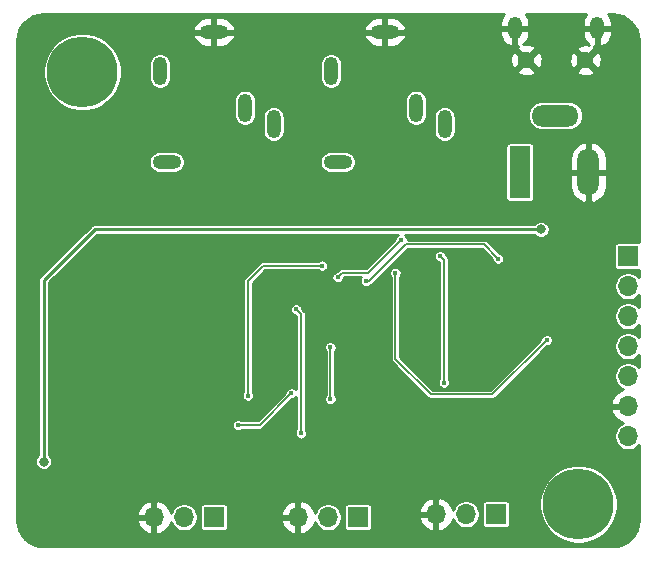
<source format=gbr>
G04 #@! TF.GenerationSoftware,KiCad,Pcbnew,(5.1.5)-3*
G04 #@! TF.CreationDate,2020-09-20T15:24:45+01:00*
G04 #@! TF.ProjectId,Alexa_kicad_PCB,416c6578-615f-46b6-9963-61645f504342,rev?*
G04 #@! TF.SameCoordinates,Original*
G04 #@! TF.FileFunction,Copper,L2,Bot*
G04 #@! TF.FilePolarity,Positive*
%FSLAX46Y46*%
G04 Gerber Fmt 4.6, Leading zero omitted, Abs format (unit mm)*
G04 Created by KiCad (PCBNEW (5.1.5)-3) date 2020-09-20 15:24:45*
%MOMM*%
%LPD*%
G04 APERTURE LIST*
%ADD10C,6.000000*%
%ADD11O,4.000000X1.800000*%
%ADD12O,1.800000X4.000000*%
%ADD13R,1.800000X4.400000*%
%ADD14C,1.450000*%
%ADD15O,1.200000X1.900000*%
%ADD16R,1.700000X1.700000*%
%ADD17O,1.700000X1.700000*%
%ADD18O,2.400000X1.200000*%
%ADD19O,1.200000X2.400000*%
%ADD20C,0.400000*%
%ADD21C,0.800000*%
%ADD22C,0.250000*%
%ADD23C,0.150000*%
%ADD24C,0.254000*%
G04 APERTURE END LIST*
D10*
X102400000Y-73800000D03*
X144400000Y-110400000D03*
D11*
X142446000Y-77496000D03*
D12*
X145246000Y-82296000D03*
D13*
X139446000Y-82296000D03*
D14*
X144994000Y-72804000D03*
X139994000Y-72804000D03*
D15*
X145994000Y-70104000D03*
X138994000Y-70104000D03*
D16*
X137414000Y-111252000D03*
D17*
X134874000Y-111252000D03*
X132334000Y-111252000D03*
D16*
X113538000Y-111506000D03*
D17*
X110998000Y-111506000D03*
X108458000Y-111506000D03*
X120650000Y-111506000D03*
X123190000Y-111506000D03*
D16*
X125730000Y-111506000D03*
D18*
X128016000Y-70426000D03*
D19*
X123466000Y-73726000D03*
X133066000Y-78226000D03*
D18*
X124016000Y-81426000D03*
D19*
X130666000Y-76826000D03*
X116188000Y-76826000D03*
D18*
X109538000Y-81426000D03*
D19*
X118588000Y-78226000D03*
X108988000Y-73726000D03*
D18*
X113538000Y-70426000D03*
D16*
X148590000Y-89408000D03*
D17*
X148590000Y-91948000D03*
X148590000Y-94488000D03*
X148590000Y-97028000D03*
X148590000Y-99568000D03*
X148590000Y-102108000D03*
X148590000Y-104648000D03*
D20*
X122500000Y-95900000D03*
X122100000Y-101900000D03*
X111200000Y-93200000D03*
X111000000Y-96800000D03*
X115600000Y-102300000D03*
X129000000Y-84400000D03*
X124300000Y-85400000D03*
X125400000Y-101900000D03*
X126600000Y-104700000D03*
X145800000Y-95800000D03*
X144800000Y-96700000D03*
D21*
X141224000Y-87122000D03*
X99123500Y-106807000D03*
D20*
X141700000Y-96500000D03*
X128900000Y-90800000D03*
X133000000Y-100100000D03*
X132700000Y-89400000D03*
X123400000Y-101500000D03*
X123400000Y-97100000D03*
X124000000Y-91200000D03*
X129400000Y-88000000D03*
X120900000Y-104400000D03*
X120500000Y-93900000D03*
X116400000Y-101200000D03*
X122700000Y-90200000D03*
X126400000Y-91500000D03*
X137600000Y-89600000D03*
X115600000Y-103700000D03*
X120100000Y-101000000D03*
D22*
X141224000Y-87122000D02*
X103441500Y-87122000D01*
X103441500Y-87122000D02*
X99123500Y-91440000D01*
X99123500Y-91440000D02*
X99123500Y-106807000D01*
D23*
X141700000Y-96500000D02*
X137100000Y-101100000D01*
X137100000Y-101100000D02*
X131900000Y-101100000D01*
X131900000Y-101100000D02*
X128900000Y-98100000D01*
X128900000Y-98100000D02*
X128900000Y-90800000D01*
X133000000Y-100100000D02*
X133000000Y-89700000D01*
X133000000Y-89700000D02*
X132700000Y-89400000D01*
X123400000Y-101500000D02*
X123400000Y-97100000D01*
X124000000Y-91200000D02*
X124400000Y-90800000D01*
X124400000Y-90800000D02*
X126600000Y-90800000D01*
X126600000Y-90800000D02*
X129400000Y-88000000D01*
X120900000Y-104400000D02*
X120900000Y-94300000D01*
X120900000Y-94300000D02*
X120500000Y-93900000D01*
X116400000Y-101200000D02*
X116400000Y-91500000D01*
X116400000Y-91500000D02*
X117700000Y-90200000D01*
X117700000Y-90200000D02*
X122700000Y-90200000D01*
X126682842Y-91500000D02*
X129782842Y-88400000D01*
X126400000Y-91500000D02*
X126682842Y-91500000D01*
X129782842Y-88400000D02*
X136400000Y-88400000D01*
X136400000Y-88400000D02*
X137600000Y-89600000D01*
X115600000Y-103700000D02*
X117400000Y-103700000D01*
X117400000Y-103700000D02*
X120100000Y-101000000D01*
D24*
G36*
X138037693Y-68962275D02*
G01*
X137901610Y-69164054D01*
X137807507Y-69388504D01*
X137759000Y-69627000D01*
X137759000Y-69977000D01*
X138867000Y-69977000D01*
X138867000Y-69957000D01*
X139121000Y-69957000D01*
X139121000Y-69977000D01*
X140229000Y-69977000D01*
X140229000Y-69627000D01*
X140180493Y-69388504D01*
X140086390Y-69164054D01*
X139950307Y-68962275D01*
X139919771Y-68932000D01*
X145068229Y-68932000D01*
X145037693Y-68962275D01*
X144901610Y-69164054D01*
X144807507Y-69388504D01*
X144759000Y-69627000D01*
X144759000Y-69977000D01*
X145867000Y-69977000D01*
X145867000Y-69957000D01*
X146121000Y-69957000D01*
X146121000Y-69977000D01*
X147229000Y-69977000D01*
X147229000Y-69627000D01*
X147180493Y-69388504D01*
X147086390Y-69164054D01*
X146950307Y-68962275D01*
X146919771Y-68932000D01*
X147302785Y-68932000D01*
X147744654Y-68975326D01*
X148153140Y-69098655D01*
X148529888Y-69298974D01*
X148860550Y-69568657D01*
X149132535Y-69897431D01*
X149335480Y-70272769D01*
X149461657Y-70680381D01*
X149508000Y-71121308D01*
X149508000Y-88236914D01*
X149504103Y-88235732D01*
X149440000Y-88229418D01*
X147740000Y-88229418D01*
X147675897Y-88235732D01*
X147614257Y-88254430D01*
X147557450Y-88284794D01*
X147507657Y-88325657D01*
X147466794Y-88375450D01*
X147436430Y-88432257D01*
X147417732Y-88493897D01*
X147411418Y-88558000D01*
X147411418Y-90258000D01*
X147417732Y-90322103D01*
X147436430Y-90383743D01*
X147466794Y-90440550D01*
X147507657Y-90490343D01*
X147557450Y-90531206D01*
X147614257Y-90561570D01*
X147675897Y-90580268D01*
X147740000Y-90586582D01*
X149440000Y-90586582D01*
X149504103Y-90580268D01*
X149508000Y-90579086D01*
X149508000Y-91203340D01*
X149504236Y-91197706D01*
X149340294Y-91033764D01*
X149147519Y-90904956D01*
X148933318Y-90816231D01*
X148705924Y-90771000D01*
X148474076Y-90771000D01*
X148246682Y-90816231D01*
X148032481Y-90904956D01*
X147839706Y-91033764D01*
X147675764Y-91197706D01*
X147546956Y-91390481D01*
X147458231Y-91604682D01*
X147413000Y-91832076D01*
X147413000Y-92063924D01*
X147458231Y-92291318D01*
X147546956Y-92505519D01*
X147675764Y-92698294D01*
X147839706Y-92862236D01*
X148032481Y-92991044D01*
X148246682Y-93079769D01*
X148474076Y-93125000D01*
X148705924Y-93125000D01*
X148933318Y-93079769D01*
X149147519Y-92991044D01*
X149340294Y-92862236D01*
X149504236Y-92698294D01*
X149508001Y-92692660D01*
X149508001Y-93743340D01*
X149504236Y-93737706D01*
X149340294Y-93573764D01*
X149147519Y-93444956D01*
X148933318Y-93356231D01*
X148705924Y-93311000D01*
X148474076Y-93311000D01*
X148246682Y-93356231D01*
X148032481Y-93444956D01*
X147839706Y-93573764D01*
X147675764Y-93737706D01*
X147546956Y-93930481D01*
X147458231Y-94144682D01*
X147413000Y-94372076D01*
X147413000Y-94603924D01*
X147458231Y-94831318D01*
X147546956Y-95045519D01*
X147675764Y-95238294D01*
X147839706Y-95402236D01*
X148032481Y-95531044D01*
X148246682Y-95619769D01*
X148474076Y-95665000D01*
X148705924Y-95665000D01*
X148933318Y-95619769D01*
X149147519Y-95531044D01*
X149340294Y-95402236D01*
X149504236Y-95238294D01*
X149508001Y-95232660D01*
X149508001Y-96283340D01*
X149504236Y-96277706D01*
X149340294Y-96113764D01*
X149147519Y-95984956D01*
X148933318Y-95896231D01*
X148705924Y-95851000D01*
X148474076Y-95851000D01*
X148246682Y-95896231D01*
X148032481Y-95984956D01*
X147839706Y-96113764D01*
X147675764Y-96277706D01*
X147546956Y-96470481D01*
X147458231Y-96684682D01*
X147413000Y-96912076D01*
X147413000Y-97143924D01*
X147458231Y-97371318D01*
X147546956Y-97585519D01*
X147675764Y-97778294D01*
X147839706Y-97942236D01*
X148032481Y-98071044D01*
X148246682Y-98159769D01*
X148474076Y-98205000D01*
X148705924Y-98205000D01*
X148933318Y-98159769D01*
X149147519Y-98071044D01*
X149340294Y-97942236D01*
X149504236Y-97778294D01*
X149508001Y-97772660D01*
X149508001Y-98823340D01*
X149504236Y-98817706D01*
X149340294Y-98653764D01*
X149147519Y-98524956D01*
X148933318Y-98436231D01*
X148705924Y-98391000D01*
X148474076Y-98391000D01*
X148246682Y-98436231D01*
X148032481Y-98524956D01*
X147839706Y-98653764D01*
X147675764Y-98817706D01*
X147546956Y-99010481D01*
X147458231Y-99224682D01*
X147413000Y-99452076D01*
X147413000Y-99683924D01*
X147458231Y-99911318D01*
X147546956Y-100125519D01*
X147675764Y-100318294D01*
X147839706Y-100482236D01*
X148032481Y-100611044D01*
X148197179Y-100679264D01*
X147958748Y-100763843D01*
X147708645Y-100912822D01*
X147492412Y-101107731D01*
X147318359Y-101341080D01*
X147193175Y-101603901D01*
X147148524Y-101751110D01*
X147269845Y-101981000D01*
X148463000Y-101981000D01*
X148463000Y-101961000D01*
X148717000Y-101961000D01*
X148717000Y-101981000D01*
X148737000Y-101981000D01*
X148737000Y-102235000D01*
X148717000Y-102235000D01*
X148717000Y-102255000D01*
X148463000Y-102255000D01*
X148463000Y-102235000D01*
X147269845Y-102235000D01*
X147148524Y-102464890D01*
X147193175Y-102612099D01*
X147318359Y-102874920D01*
X147492412Y-103108269D01*
X147708645Y-103303178D01*
X147958748Y-103452157D01*
X148197179Y-103536736D01*
X148032481Y-103604956D01*
X147839706Y-103733764D01*
X147675764Y-103897706D01*
X147546956Y-104090481D01*
X147458231Y-104304682D01*
X147413000Y-104532076D01*
X147413000Y-104763924D01*
X147458231Y-104991318D01*
X147546956Y-105205519D01*
X147675764Y-105398294D01*
X147839706Y-105562236D01*
X148032481Y-105691044D01*
X148246682Y-105779769D01*
X148474076Y-105825000D01*
X148705924Y-105825000D01*
X148933318Y-105779769D01*
X149147519Y-105691044D01*
X149340294Y-105562236D01*
X149504236Y-105398294D01*
X149508001Y-105392660D01*
X149508001Y-111742775D01*
X149464674Y-112184659D01*
X149341346Y-112593139D01*
X149141025Y-112969889D01*
X148871346Y-113300548D01*
X148542569Y-113572535D01*
X148167231Y-113775480D01*
X147759621Y-113901657D01*
X147318692Y-113948000D01*
X99077215Y-113948000D01*
X98635341Y-113904674D01*
X98226861Y-113781346D01*
X97850111Y-113581025D01*
X97519452Y-113311346D01*
X97247465Y-112982569D01*
X97044520Y-112607231D01*
X96918343Y-112199621D01*
X96882952Y-111862891D01*
X107016519Y-111862891D01*
X107113843Y-112137252D01*
X107262822Y-112387355D01*
X107457731Y-112603588D01*
X107691080Y-112777641D01*
X107953901Y-112902825D01*
X108101110Y-112947476D01*
X108331000Y-112826155D01*
X108331000Y-111633000D01*
X107137186Y-111633000D01*
X107016519Y-111862891D01*
X96882952Y-111862891D01*
X96872000Y-111758692D01*
X96872000Y-111149109D01*
X107016519Y-111149109D01*
X107137186Y-111379000D01*
X108331000Y-111379000D01*
X108331000Y-110185845D01*
X108585000Y-110185845D01*
X108585000Y-111379000D01*
X108605000Y-111379000D01*
X108605000Y-111633000D01*
X108585000Y-111633000D01*
X108585000Y-112826155D01*
X108814890Y-112947476D01*
X108962099Y-112902825D01*
X109224920Y-112777641D01*
X109458269Y-112603588D01*
X109653178Y-112387355D01*
X109802157Y-112137252D01*
X109886736Y-111898821D01*
X109954956Y-112063519D01*
X110083764Y-112256294D01*
X110247706Y-112420236D01*
X110440481Y-112549044D01*
X110654682Y-112637769D01*
X110882076Y-112683000D01*
X111113924Y-112683000D01*
X111341318Y-112637769D01*
X111555519Y-112549044D01*
X111748294Y-112420236D01*
X111912236Y-112256294D01*
X112041044Y-112063519D01*
X112129769Y-111849318D01*
X112175000Y-111621924D01*
X112175000Y-111390076D01*
X112129769Y-111162682D01*
X112041044Y-110948481D01*
X111912236Y-110755706D01*
X111812530Y-110656000D01*
X112359418Y-110656000D01*
X112359418Y-112356000D01*
X112365732Y-112420103D01*
X112384430Y-112481743D01*
X112414794Y-112538550D01*
X112455657Y-112588343D01*
X112505450Y-112629206D01*
X112562257Y-112659570D01*
X112623897Y-112678268D01*
X112688000Y-112684582D01*
X114388000Y-112684582D01*
X114452103Y-112678268D01*
X114513743Y-112659570D01*
X114570550Y-112629206D01*
X114620343Y-112588343D01*
X114661206Y-112538550D01*
X114691570Y-112481743D01*
X114710268Y-112420103D01*
X114716582Y-112356000D01*
X114716582Y-111862891D01*
X119208519Y-111862891D01*
X119305843Y-112137252D01*
X119454822Y-112387355D01*
X119649731Y-112603588D01*
X119883080Y-112777641D01*
X120145901Y-112902825D01*
X120293110Y-112947476D01*
X120523000Y-112826155D01*
X120523000Y-111633000D01*
X119329186Y-111633000D01*
X119208519Y-111862891D01*
X114716582Y-111862891D01*
X114716582Y-111149109D01*
X119208519Y-111149109D01*
X119329186Y-111379000D01*
X120523000Y-111379000D01*
X120523000Y-110185845D01*
X120777000Y-110185845D01*
X120777000Y-111379000D01*
X120797000Y-111379000D01*
X120797000Y-111633000D01*
X120777000Y-111633000D01*
X120777000Y-112826155D01*
X121006890Y-112947476D01*
X121154099Y-112902825D01*
X121416920Y-112777641D01*
X121650269Y-112603588D01*
X121845178Y-112387355D01*
X121994157Y-112137252D01*
X122078736Y-111898821D01*
X122146956Y-112063519D01*
X122275764Y-112256294D01*
X122439706Y-112420236D01*
X122632481Y-112549044D01*
X122846682Y-112637769D01*
X123074076Y-112683000D01*
X123305924Y-112683000D01*
X123533318Y-112637769D01*
X123747519Y-112549044D01*
X123940294Y-112420236D01*
X124104236Y-112256294D01*
X124233044Y-112063519D01*
X124321769Y-111849318D01*
X124367000Y-111621924D01*
X124367000Y-111390076D01*
X124321769Y-111162682D01*
X124233044Y-110948481D01*
X124104236Y-110755706D01*
X124004530Y-110656000D01*
X124551418Y-110656000D01*
X124551418Y-112356000D01*
X124557732Y-112420103D01*
X124576430Y-112481743D01*
X124606794Y-112538550D01*
X124647657Y-112588343D01*
X124697450Y-112629206D01*
X124754257Y-112659570D01*
X124815897Y-112678268D01*
X124880000Y-112684582D01*
X126580000Y-112684582D01*
X126644103Y-112678268D01*
X126705743Y-112659570D01*
X126762550Y-112629206D01*
X126812343Y-112588343D01*
X126853206Y-112538550D01*
X126883570Y-112481743D01*
X126902268Y-112420103D01*
X126908582Y-112356000D01*
X126908582Y-111608891D01*
X130892519Y-111608891D01*
X130989843Y-111883252D01*
X131138822Y-112133355D01*
X131333731Y-112349588D01*
X131567080Y-112523641D01*
X131829901Y-112648825D01*
X131977110Y-112693476D01*
X132207000Y-112572155D01*
X132207000Y-111379000D01*
X131013186Y-111379000D01*
X130892519Y-111608891D01*
X126908582Y-111608891D01*
X126908582Y-110895109D01*
X130892519Y-110895109D01*
X131013186Y-111125000D01*
X132207000Y-111125000D01*
X132207000Y-109931845D01*
X132461000Y-109931845D01*
X132461000Y-111125000D01*
X132481000Y-111125000D01*
X132481000Y-111379000D01*
X132461000Y-111379000D01*
X132461000Y-112572155D01*
X132690890Y-112693476D01*
X132838099Y-112648825D01*
X133100920Y-112523641D01*
X133334269Y-112349588D01*
X133529178Y-112133355D01*
X133678157Y-111883252D01*
X133762736Y-111644821D01*
X133830956Y-111809519D01*
X133959764Y-112002294D01*
X134123706Y-112166236D01*
X134316481Y-112295044D01*
X134530682Y-112383769D01*
X134758076Y-112429000D01*
X134989924Y-112429000D01*
X135217318Y-112383769D01*
X135431519Y-112295044D01*
X135624294Y-112166236D01*
X135788236Y-112002294D01*
X135917044Y-111809519D01*
X136005769Y-111595318D01*
X136051000Y-111367924D01*
X136051000Y-111136076D01*
X136005769Y-110908682D01*
X135917044Y-110694481D01*
X135788236Y-110501706D01*
X135688530Y-110402000D01*
X136235418Y-110402000D01*
X136235418Y-112102000D01*
X136241732Y-112166103D01*
X136260430Y-112227743D01*
X136290794Y-112284550D01*
X136331657Y-112334343D01*
X136381450Y-112375206D01*
X136438257Y-112405570D01*
X136499897Y-112424268D01*
X136564000Y-112430582D01*
X138264000Y-112430582D01*
X138328103Y-112424268D01*
X138389743Y-112405570D01*
X138446550Y-112375206D01*
X138496343Y-112334343D01*
X138537206Y-112284550D01*
X138567570Y-112227743D01*
X138586268Y-112166103D01*
X138592582Y-112102000D01*
X138592582Y-110402000D01*
X138586268Y-110337897D01*
X138567570Y-110276257D01*
X138537206Y-110219450D01*
X138496343Y-110169657D01*
X138446550Y-110128794D01*
X138389743Y-110098430D01*
X138328103Y-110079732D01*
X138264000Y-110073418D01*
X136564000Y-110073418D01*
X136499897Y-110079732D01*
X136438257Y-110098430D01*
X136381450Y-110128794D01*
X136331657Y-110169657D01*
X136290794Y-110219450D01*
X136260430Y-110276257D01*
X136241732Y-110337897D01*
X136235418Y-110402000D01*
X135688530Y-110402000D01*
X135624294Y-110337764D01*
X135431519Y-110208956D01*
X135217318Y-110120231D01*
X134989924Y-110075000D01*
X134758076Y-110075000D01*
X134530682Y-110120231D01*
X134316481Y-110208956D01*
X134123706Y-110337764D01*
X133959764Y-110501706D01*
X133830956Y-110694481D01*
X133762736Y-110859179D01*
X133678157Y-110620748D01*
X133529178Y-110370645D01*
X133334269Y-110154412D01*
X133224209Y-110072319D01*
X141073000Y-110072319D01*
X141073000Y-110727681D01*
X141200855Y-111370450D01*
X141451651Y-111975925D01*
X141815750Y-112520839D01*
X142279161Y-112984250D01*
X142824075Y-113348349D01*
X143429550Y-113599145D01*
X144072319Y-113727000D01*
X144727681Y-113727000D01*
X145370450Y-113599145D01*
X145975925Y-113348349D01*
X146520839Y-112984250D01*
X146984250Y-112520839D01*
X147348349Y-111975925D01*
X147599145Y-111370450D01*
X147727000Y-110727681D01*
X147727000Y-110072319D01*
X147599145Y-109429550D01*
X147348349Y-108824075D01*
X146984250Y-108279161D01*
X146520839Y-107815750D01*
X145975925Y-107451651D01*
X145370450Y-107200855D01*
X144727681Y-107073000D01*
X144072319Y-107073000D01*
X143429550Y-107200855D01*
X142824075Y-107451651D01*
X142279161Y-107815750D01*
X141815750Y-108279161D01*
X141451651Y-108824075D01*
X141200855Y-109429550D01*
X141073000Y-110072319D01*
X133224209Y-110072319D01*
X133100920Y-109980359D01*
X132838099Y-109855175D01*
X132690890Y-109810524D01*
X132461000Y-109931845D01*
X132207000Y-109931845D01*
X131977110Y-109810524D01*
X131829901Y-109855175D01*
X131567080Y-109980359D01*
X131333731Y-110154412D01*
X131138822Y-110370645D01*
X130989843Y-110620748D01*
X130892519Y-110895109D01*
X126908582Y-110895109D01*
X126908582Y-110656000D01*
X126902268Y-110591897D01*
X126883570Y-110530257D01*
X126853206Y-110473450D01*
X126812343Y-110423657D01*
X126762550Y-110382794D01*
X126705743Y-110352430D01*
X126644103Y-110333732D01*
X126580000Y-110327418D01*
X124880000Y-110327418D01*
X124815897Y-110333732D01*
X124754257Y-110352430D01*
X124697450Y-110382794D01*
X124647657Y-110423657D01*
X124606794Y-110473450D01*
X124576430Y-110530257D01*
X124557732Y-110591897D01*
X124551418Y-110656000D01*
X124004530Y-110656000D01*
X123940294Y-110591764D01*
X123747519Y-110462956D01*
X123533318Y-110374231D01*
X123305924Y-110329000D01*
X123074076Y-110329000D01*
X122846682Y-110374231D01*
X122632481Y-110462956D01*
X122439706Y-110591764D01*
X122275764Y-110755706D01*
X122146956Y-110948481D01*
X122078736Y-111113179D01*
X121994157Y-110874748D01*
X121845178Y-110624645D01*
X121650269Y-110408412D01*
X121416920Y-110234359D01*
X121154099Y-110109175D01*
X121006890Y-110064524D01*
X120777000Y-110185845D01*
X120523000Y-110185845D01*
X120293110Y-110064524D01*
X120145901Y-110109175D01*
X119883080Y-110234359D01*
X119649731Y-110408412D01*
X119454822Y-110624645D01*
X119305843Y-110874748D01*
X119208519Y-111149109D01*
X114716582Y-111149109D01*
X114716582Y-110656000D01*
X114710268Y-110591897D01*
X114691570Y-110530257D01*
X114661206Y-110473450D01*
X114620343Y-110423657D01*
X114570550Y-110382794D01*
X114513743Y-110352430D01*
X114452103Y-110333732D01*
X114388000Y-110327418D01*
X112688000Y-110327418D01*
X112623897Y-110333732D01*
X112562257Y-110352430D01*
X112505450Y-110382794D01*
X112455657Y-110423657D01*
X112414794Y-110473450D01*
X112384430Y-110530257D01*
X112365732Y-110591897D01*
X112359418Y-110656000D01*
X111812530Y-110656000D01*
X111748294Y-110591764D01*
X111555519Y-110462956D01*
X111341318Y-110374231D01*
X111113924Y-110329000D01*
X110882076Y-110329000D01*
X110654682Y-110374231D01*
X110440481Y-110462956D01*
X110247706Y-110591764D01*
X110083764Y-110755706D01*
X109954956Y-110948481D01*
X109886736Y-111113179D01*
X109802157Y-110874748D01*
X109653178Y-110624645D01*
X109458269Y-110408412D01*
X109224920Y-110234359D01*
X108962099Y-110109175D01*
X108814890Y-110064524D01*
X108585000Y-110185845D01*
X108331000Y-110185845D01*
X108101110Y-110064524D01*
X107953901Y-110109175D01*
X107691080Y-110234359D01*
X107457731Y-110408412D01*
X107262822Y-110624645D01*
X107113843Y-110874748D01*
X107016519Y-111149109D01*
X96872000Y-111149109D01*
X96872000Y-106735397D01*
X98396500Y-106735397D01*
X98396500Y-106878603D01*
X98424438Y-107019058D01*
X98479241Y-107151364D01*
X98558802Y-107270436D01*
X98660064Y-107371698D01*
X98779136Y-107451259D01*
X98911442Y-107506062D01*
X99051897Y-107534000D01*
X99195103Y-107534000D01*
X99335558Y-107506062D01*
X99467864Y-107451259D01*
X99586936Y-107371698D01*
X99688198Y-107270436D01*
X99767759Y-107151364D01*
X99822562Y-107019058D01*
X99850500Y-106878603D01*
X99850500Y-106735397D01*
X99822562Y-106594942D01*
X99767759Y-106462636D01*
X99688198Y-106343564D01*
X99586936Y-106242302D01*
X99575500Y-106234661D01*
X99575500Y-103648095D01*
X115073000Y-103648095D01*
X115073000Y-103751905D01*
X115093252Y-103853720D01*
X115132979Y-103949628D01*
X115190652Y-104035943D01*
X115264057Y-104109348D01*
X115350372Y-104167021D01*
X115446280Y-104206748D01*
X115548095Y-104227000D01*
X115651905Y-104227000D01*
X115753720Y-104206748D01*
X115849628Y-104167021D01*
X115935943Y-104109348D01*
X115943291Y-104102000D01*
X117380261Y-104102000D01*
X117400000Y-104103944D01*
X117419739Y-104102000D01*
X117419747Y-104102000D01*
X117478806Y-104096183D01*
X117554583Y-104073197D01*
X117624420Y-104035868D01*
X117685632Y-103985632D01*
X117698223Y-103970290D01*
X120141514Y-101527000D01*
X120151905Y-101527000D01*
X120253720Y-101506748D01*
X120349628Y-101467021D01*
X120435943Y-101409348D01*
X120498000Y-101347291D01*
X120498000Y-104056709D01*
X120490652Y-104064057D01*
X120432979Y-104150372D01*
X120393252Y-104246280D01*
X120373000Y-104348095D01*
X120373000Y-104451905D01*
X120393252Y-104553720D01*
X120432979Y-104649628D01*
X120490652Y-104735943D01*
X120564057Y-104809348D01*
X120650372Y-104867021D01*
X120746280Y-104906748D01*
X120848095Y-104927000D01*
X120951905Y-104927000D01*
X121053720Y-104906748D01*
X121149628Y-104867021D01*
X121235943Y-104809348D01*
X121309348Y-104735943D01*
X121367021Y-104649628D01*
X121406748Y-104553720D01*
X121427000Y-104451905D01*
X121427000Y-104348095D01*
X121406748Y-104246280D01*
X121367021Y-104150372D01*
X121309348Y-104064057D01*
X121302000Y-104056709D01*
X121302000Y-97048095D01*
X122873000Y-97048095D01*
X122873000Y-97151905D01*
X122893252Y-97253720D01*
X122932979Y-97349628D01*
X122990652Y-97435943D01*
X122998001Y-97443292D01*
X122998000Y-101156709D01*
X122990652Y-101164057D01*
X122932979Y-101250372D01*
X122893252Y-101346280D01*
X122873000Y-101448095D01*
X122873000Y-101551905D01*
X122893252Y-101653720D01*
X122932979Y-101749628D01*
X122990652Y-101835943D01*
X123064057Y-101909348D01*
X123150372Y-101967021D01*
X123246280Y-102006748D01*
X123348095Y-102027000D01*
X123451905Y-102027000D01*
X123553720Y-102006748D01*
X123649628Y-101967021D01*
X123735943Y-101909348D01*
X123809348Y-101835943D01*
X123867021Y-101749628D01*
X123906748Y-101653720D01*
X123927000Y-101551905D01*
X123927000Y-101448095D01*
X123906748Y-101346280D01*
X123867021Y-101250372D01*
X123809348Y-101164057D01*
X123802000Y-101156709D01*
X123802000Y-97443291D01*
X123809348Y-97435943D01*
X123867021Y-97349628D01*
X123906748Y-97253720D01*
X123927000Y-97151905D01*
X123927000Y-97048095D01*
X123906748Y-96946280D01*
X123867021Y-96850372D01*
X123809348Y-96764057D01*
X123735943Y-96690652D01*
X123649628Y-96632979D01*
X123553720Y-96593252D01*
X123451905Y-96573000D01*
X123348095Y-96573000D01*
X123246280Y-96593252D01*
X123150372Y-96632979D01*
X123064057Y-96690652D01*
X122990652Y-96764057D01*
X122932979Y-96850372D01*
X122893252Y-96946280D01*
X122873000Y-97048095D01*
X121302000Y-97048095D01*
X121302000Y-94319739D01*
X121303944Y-94299999D01*
X121302000Y-94280260D01*
X121302000Y-94280253D01*
X121296183Y-94221194D01*
X121273197Y-94145417D01*
X121235868Y-94075580D01*
X121185632Y-94014368D01*
X121170290Y-94001777D01*
X121027000Y-93858487D01*
X121027000Y-93848095D01*
X121006748Y-93746280D01*
X120967021Y-93650372D01*
X120909348Y-93564057D01*
X120835943Y-93490652D01*
X120749628Y-93432979D01*
X120653720Y-93393252D01*
X120551905Y-93373000D01*
X120448095Y-93373000D01*
X120346280Y-93393252D01*
X120250372Y-93432979D01*
X120164057Y-93490652D01*
X120090652Y-93564057D01*
X120032979Y-93650372D01*
X119993252Y-93746280D01*
X119973000Y-93848095D01*
X119973000Y-93951905D01*
X119993252Y-94053720D01*
X120032979Y-94149628D01*
X120090652Y-94235943D01*
X120164057Y-94309348D01*
X120250372Y-94367021D01*
X120346280Y-94406748D01*
X120448095Y-94427000D01*
X120458487Y-94427000D01*
X120498001Y-94466514D01*
X120498000Y-100652709D01*
X120435943Y-100590652D01*
X120349628Y-100532979D01*
X120253720Y-100493252D01*
X120151905Y-100473000D01*
X120048095Y-100473000D01*
X119946280Y-100493252D01*
X119850372Y-100532979D01*
X119764057Y-100590652D01*
X119690652Y-100664057D01*
X119632979Y-100750372D01*
X119593252Y-100846280D01*
X119573000Y-100948095D01*
X119573000Y-100958486D01*
X117233487Y-103298000D01*
X115943291Y-103298000D01*
X115935943Y-103290652D01*
X115849628Y-103232979D01*
X115753720Y-103193252D01*
X115651905Y-103173000D01*
X115548095Y-103173000D01*
X115446280Y-103193252D01*
X115350372Y-103232979D01*
X115264057Y-103290652D01*
X115190652Y-103364057D01*
X115132979Y-103450372D01*
X115093252Y-103546280D01*
X115073000Y-103648095D01*
X99575500Y-103648095D01*
X99575500Y-101148095D01*
X115873000Y-101148095D01*
X115873000Y-101251905D01*
X115893252Y-101353720D01*
X115932979Y-101449628D01*
X115990652Y-101535943D01*
X116064057Y-101609348D01*
X116150372Y-101667021D01*
X116246280Y-101706748D01*
X116348095Y-101727000D01*
X116451905Y-101727000D01*
X116553720Y-101706748D01*
X116649628Y-101667021D01*
X116735943Y-101609348D01*
X116809348Y-101535943D01*
X116867021Y-101449628D01*
X116906748Y-101353720D01*
X116927000Y-101251905D01*
X116927000Y-101148095D01*
X116906748Y-101046280D01*
X116867021Y-100950372D01*
X116809348Y-100864057D01*
X116802000Y-100856709D01*
X116802000Y-91666513D01*
X117866514Y-90602000D01*
X122356709Y-90602000D01*
X122364057Y-90609348D01*
X122450372Y-90667021D01*
X122546280Y-90706748D01*
X122648095Y-90727000D01*
X122751905Y-90727000D01*
X122853720Y-90706748D01*
X122949628Y-90667021D01*
X123035943Y-90609348D01*
X123109348Y-90535943D01*
X123167021Y-90449628D01*
X123206748Y-90353720D01*
X123227000Y-90251905D01*
X123227000Y-90148095D01*
X123206748Y-90046280D01*
X123167021Y-89950372D01*
X123109348Y-89864057D01*
X123035943Y-89790652D01*
X122949628Y-89732979D01*
X122853720Y-89693252D01*
X122751905Y-89673000D01*
X122648095Y-89673000D01*
X122546280Y-89693252D01*
X122450372Y-89732979D01*
X122364057Y-89790652D01*
X122356709Y-89798000D01*
X117719739Y-89798000D01*
X117700000Y-89796056D01*
X117680260Y-89798000D01*
X117680253Y-89798000D01*
X117621194Y-89803817D01*
X117545416Y-89826803D01*
X117493445Y-89854583D01*
X117475580Y-89864132D01*
X117414368Y-89914368D01*
X117401781Y-89929705D01*
X116129705Y-91201782D01*
X116114369Y-91214368D01*
X116064133Y-91275580D01*
X116047473Y-91306748D01*
X116026804Y-91345417D01*
X116003817Y-91421195D01*
X115996056Y-91500000D01*
X115998001Y-91519749D01*
X115998000Y-100856709D01*
X115990652Y-100864057D01*
X115932979Y-100950372D01*
X115893252Y-101046280D01*
X115873000Y-101148095D01*
X99575500Y-101148095D01*
X99575500Y-91627223D01*
X103628725Y-87574000D01*
X129088979Y-87574000D01*
X129064057Y-87590652D01*
X128990652Y-87664057D01*
X128932979Y-87750372D01*
X128893252Y-87846280D01*
X128873000Y-87948095D01*
X128873000Y-87958486D01*
X126433487Y-90398000D01*
X124419739Y-90398000D01*
X124399999Y-90396056D01*
X124380260Y-90398000D01*
X124380253Y-90398000D01*
X124321194Y-90403817D01*
X124245417Y-90426803D01*
X124175580Y-90464132D01*
X124114368Y-90514368D01*
X124101777Y-90529710D01*
X123958487Y-90673000D01*
X123948095Y-90673000D01*
X123846280Y-90693252D01*
X123750372Y-90732979D01*
X123664057Y-90790652D01*
X123590652Y-90864057D01*
X123532979Y-90950372D01*
X123493252Y-91046280D01*
X123473000Y-91148095D01*
X123473000Y-91251905D01*
X123493252Y-91353720D01*
X123532979Y-91449628D01*
X123590652Y-91535943D01*
X123664057Y-91609348D01*
X123750372Y-91667021D01*
X123846280Y-91706748D01*
X123948095Y-91727000D01*
X124051905Y-91727000D01*
X124153720Y-91706748D01*
X124249628Y-91667021D01*
X124335943Y-91609348D01*
X124409348Y-91535943D01*
X124467021Y-91449628D01*
X124506748Y-91353720D01*
X124527000Y-91251905D01*
X124527000Y-91241513D01*
X124566513Y-91202000D01*
X125965300Y-91202000D01*
X125932979Y-91250372D01*
X125893252Y-91346280D01*
X125873000Y-91448095D01*
X125873000Y-91551905D01*
X125893252Y-91653720D01*
X125932979Y-91749628D01*
X125990652Y-91835943D01*
X126064057Y-91909348D01*
X126150372Y-91967021D01*
X126246280Y-92006748D01*
X126348095Y-92027000D01*
X126451905Y-92027000D01*
X126553720Y-92006748D01*
X126649628Y-91967021D01*
X126735943Y-91909348D01*
X126747738Y-91897553D01*
X126761648Y-91896183D01*
X126837425Y-91873197D01*
X126907262Y-91835868D01*
X126968474Y-91785632D01*
X126981065Y-91770290D01*
X128003260Y-90748095D01*
X128373000Y-90748095D01*
X128373000Y-90851905D01*
X128393252Y-90953720D01*
X128432979Y-91049628D01*
X128490652Y-91135943D01*
X128498001Y-91143292D01*
X128498000Y-98080261D01*
X128496056Y-98100000D01*
X128498000Y-98119739D01*
X128498000Y-98119746D01*
X128503817Y-98178805D01*
X128526803Y-98254582D01*
X128564132Y-98324419D01*
X128614368Y-98385632D01*
X128629710Y-98398223D01*
X131601781Y-101370295D01*
X131614368Y-101385632D01*
X131629704Y-101398218D01*
X131629706Y-101398220D01*
X131675580Y-101435868D01*
X131745416Y-101473197D01*
X131821194Y-101496183D01*
X131880253Y-101502000D01*
X131880260Y-101502000D01*
X131900000Y-101503944D01*
X131919739Y-101502000D01*
X137080261Y-101502000D01*
X137100000Y-101503944D01*
X137119739Y-101502000D01*
X137119747Y-101502000D01*
X137178806Y-101496183D01*
X137254583Y-101473197D01*
X137324420Y-101435868D01*
X137385632Y-101385632D01*
X137398223Y-101370290D01*
X141741513Y-97027000D01*
X141751905Y-97027000D01*
X141853720Y-97006748D01*
X141949628Y-96967021D01*
X142035943Y-96909348D01*
X142109348Y-96835943D01*
X142167021Y-96749628D01*
X142206748Y-96653720D01*
X142227000Y-96551905D01*
X142227000Y-96448095D01*
X142206748Y-96346280D01*
X142167021Y-96250372D01*
X142109348Y-96164057D01*
X142035943Y-96090652D01*
X141949628Y-96032979D01*
X141853720Y-95993252D01*
X141751905Y-95973000D01*
X141648095Y-95973000D01*
X141546280Y-95993252D01*
X141450372Y-96032979D01*
X141364057Y-96090652D01*
X141290652Y-96164057D01*
X141232979Y-96250372D01*
X141193252Y-96346280D01*
X141173000Y-96448095D01*
X141173000Y-96458487D01*
X136933487Y-100698000D01*
X132066514Y-100698000D01*
X129302000Y-97933487D01*
X129302000Y-91143291D01*
X129309348Y-91135943D01*
X129367021Y-91049628D01*
X129406748Y-90953720D01*
X129427000Y-90851905D01*
X129427000Y-90748095D01*
X129406748Y-90646280D01*
X129367021Y-90550372D01*
X129309348Y-90464057D01*
X129235943Y-90390652D01*
X129149628Y-90332979D01*
X129053720Y-90293252D01*
X128951905Y-90273000D01*
X128848095Y-90273000D01*
X128746280Y-90293252D01*
X128650372Y-90332979D01*
X128564057Y-90390652D01*
X128490652Y-90464057D01*
X128432979Y-90550372D01*
X128393252Y-90646280D01*
X128373000Y-90748095D01*
X128003260Y-90748095D01*
X129403260Y-89348095D01*
X132173000Y-89348095D01*
X132173000Y-89451905D01*
X132193252Y-89553720D01*
X132232979Y-89649628D01*
X132290652Y-89735943D01*
X132364057Y-89809348D01*
X132450372Y-89867021D01*
X132546280Y-89906748D01*
X132598001Y-89917036D01*
X132598000Y-99756709D01*
X132590652Y-99764057D01*
X132532979Y-99850372D01*
X132493252Y-99946280D01*
X132473000Y-100048095D01*
X132473000Y-100151905D01*
X132493252Y-100253720D01*
X132532979Y-100349628D01*
X132590652Y-100435943D01*
X132664057Y-100509348D01*
X132750372Y-100567021D01*
X132846280Y-100606748D01*
X132948095Y-100627000D01*
X133051905Y-100627000D01*
X133153720Y-100606748D01*
X133249628Y-100567021D01*
X133335943Y-100509348D01*
X133409348Y-100435943D01*
X133467021Y-100349628D01*
X133506748Y-100253720D01*
X133527000Y-100151905D01*
X133527000Y-100048095D01*
X133506748Y-99946280D01*
X133467021Y-99850372D01*
X133409348Y-99764057D01*
X133402000Y-99756709D01*
X133402000Y-89719739D01*
X133403944Y-89699999D01*
X133402000Y-89680260D01*
X133402000Y-89680253D01*
X133396183Y-89621194D01*
X133373197Y-89545417D01*
X133335868Y-89475580D01*
X133285632Y-89414368D01*
X133270295Y-89401781D01*
X133227000Y-89358486D01*
X133227000Y-89348095D01*
X133206748Y-89246280D01*
X133167021Y-89150372D01*
X133109348Y-89064057D01*
X133035943Y-88990652D01*
X132949628Y-88932979D01*
X132853720Y-88893252D01*
X132751905Y-88873000D01*
X132648095Y-88873000D01*
X132546280Y-88893252D01*
X132450372Y-88932979D01*
X132364057Y-88990652D01*
X132290652Y-89064057D01*
X132232979Y-89150372D01*
X132193252Y-89246280D01*
X132173000Y-89348095D01*
X129403260Y-89348095D01*
X129949356Y-88802000D01*
X136233487Y-88802000D01*
X137073000Y-89641513D01*
X137073000Y-89651905D01*
X137093252Y-89753720D01*
X137132979Y-89849628D01*
X137190652Y-89935943D01*
X137264057Y-90009348D01*
X137350372Y-90067021D01*
X137446280Y-90106748D01*
X137548095Y-90127000D01*
X137651905Y-90127000D01*
X137753720Y-90106748D01*
X137849628Y-90067021D01*
X137935943Y-90009348D01*
X138009348Y-89935943D01*
X138067021Y-89849628D01*
X138106748Y-89753720D01*
X138127000Y-89651905D01*
X138127000Y-89548095D01*
X138106748Y-89446280D01*
X138067021Y-89350372D01*
X138009348Y-89264057D01*
X137935943Y-89190652D01*
X137849628Y-89132979D01*
X137753720Y-89093252D01*
X137651905Y-89073000D01*
X137641513Y-89073000D01*
X136698223Y-88129710D01*
X136685632Y-88114368D01*
X136624420Y-88064132D01*
X136554583Y-88026803D01*
X136478806Y-88003817D01*
X136419747Y-87998000D01*
X136419739Y-87998000D01*
X136400000Y-87996056D01*
X136380261Y-87998000D01*
X129927000Y-87998000D01*
X129927000Y-87948095D01*
X129906748Y-87846280D01*
X129867021Y-87750372D01*
X129809348Y-87664057D01*
X129735943Y-87590652D01*
X129711021Y-87574000D01*
X140651661Y-87574000D01*
X140659302Y-87585436D01*
X140760564Y-87686698D01*
X140879636Y-87766259D01*
X141011942Y-87821062D01*
X141152397Y-87849000D01*
X141295603Y-87849000D01*
X141436058Y-87821062D01*
X141568364Y-87766259D01*
X141687436Y-87686698D01*
X141788698Y-87585436D01*
X141868259Y-87466364D01*
X141923062Y-87334058D01*
X141951000Y-87193603D01*
X141951000Y-87050397D01*
X141923062Y-86909942D01*
X141868259Y-86777636D01*
X141788698Y-86658564D01*
X141687436Y-86557302D01*
X141568364Y-86477741D01*
X141436058Y-86422938D01*
X141295603Y-86395000D01*
X141152397Y-86395000D01*
X141011942Y-86422938D01*
X140879636Y-86477741D01*
X140760564Y-86557302D01*
X140659302Y-86658564D01*
X140651661Y-86670000D01*
X103463704Y-86670000D01*
X103441499Y-86667813D01*
X103352892Y-86676540D01*
X103267690Y-86702386D01*
X103189167Y-86744357D01*
X103120341Y-86800841D01*
X103106186Y-86818089D01*
X98819600Y-91104677D01*
X98802341Y-91118841D01*
X98745857Y-91187668D01*
X98734269Y-91209348D01*
X98703886Y-91266191D01*
X98678040Y-91351393D01*
X98669313Y-91440000D01*
X98671500Y-91462205D01*
X98671501Y-106234660D01*
X98660064Y-106242302D01*
X98558802Y-106343564D01*
X98479241Y-106462636D01*
X98424438Y-106594942D01*
X98396500Y-106735397D01*
X96872000Y-106735397D01*
X96872000Y-81426000D01*
X108006515Y-81426000D01*
X108024413Y-81607724D01*
X108077420Y-81782464D01*
X108163499Y-81943505D01*
X108279341Y-82084659D01*
X108420495Y-82200501D01*
X108581536Y-82286580D01*
X108756276Y-82339587D01*
X108892462Y-82353000D01*
X110183538Y-82353000D01*
X110319724Y-82339587D01*
X110494464Y-82286580D01*
X110655505Y-82200501D01*
X110796659Y-82084659D01*
X110912501Y-81943505D01*
X110998580Y-81782464D01*
X111051587Y-81607724D01*
X111069485Y-81426000D01*
X122484515Y-81426000D01*
X122502413Y-81607724D01*
X122555420Y-81782464D01*
X122641499Y-81943505D01*
X122757341Y-82084659D01*
X122898495Y-82200501D01*
X123059536Y-82286580D01*
X123234276Y-82339587D01*
X123370462Y-82353000D01*
X124661538Y-82353000D01*
X124797724Y-82339587D01*
X124972464Y-82286580D01*
X125133505Y-82200501D01*
X125274659Y-82084659D01*
X125390501Y-81943505D01*
X125476580Y-81782464D01*
X125529587Y-81607724D01*
X125547485Y-81426000D01*
X125529587Y-81244276D01*
X125476580Y-81069536D01*
X125390501Y-80908495D01*
X125274659Y-80767341D01*
X125133505Y-80651499D01*
X124972464Y-80565420D01*
X124797724Y-80512413D01*
X124661538Y-80499000D01*
X123370462Y-80499000D01*
X123234276Y-80512413D01*
X123059536Y-80565420D01*
X122898495Y-80651499D01*
X122757341Y-80767341D01*
X122641499Y-80908495D01*
X122555420Y-81069536D01*
X122502413Y-81244276D01*
X122484515Y-81426000D01*
X111069485Y-81426000D01*
X111051587Y-81244276D01*
X110998580Y-81069536D01*
X110912501Y-80908495D01*
X110796659Y-80767341D01*
X110655505Y-80651499D01*
X110494464Y-80565420D01*
X110319724Y-80512413D01*
X110183538Y-80499000D01*
X108892462Y-80499000D01*
X108756276Y-80512413D01*
X108581536Y-80565420D01*
X108420495Y-80651499D01*
X108279341Y-80767341D01*
X108163499Y-80908495D01*
X108077420Y-81069536D01*
X108024413Y-81244276D01*
X108006515Y-81426000D01*
X96872000Y-81426000D01*
X96872000Y-80096000D01*
X138217418Y-80096000D01*
X138217418Y-84496000D01*
X138223732Y-84560103D01*
X138242430Y-84621743D01*
X138272794Y-84678550D01*
X138313657Y-84728343D01*
X138363450Y-84769206D01*
X138420257Y-84799570D01*
X138481897Y-84818268D01*
X138546000Y-84824582D01*
X140346000Y-84824582D01*
X140410103Y-84818268D01*
X140471743Y-84799570D01*
X140528550Y-84769206D01*
X140578343Y-84728343D01*
X140619206Y-84678550D01*
X140649570Y-84621743D01*
X140668268Y-84560103D01*
X140674582Y-84496000D01*
X140674582Y-82423000D01*
X143711000Y-82423000D01*
X143711000Y-83523000D01*
X143765271Y-83820023D01*
X143876446Y-84100751D01*
X144040252Y-84354396D01*
X144250394Y-84571210D01*
X144498796Y-84742862D01*
X144775913Y-84862755D01*
X144881260Y-84887036D01*
X145119000Y-84766378D01*
X145119000Y-82423000D01*
X145373000Y-82423000D01*
X145373000Y-84766378D01*
X145610740Y-84887036D01*
X145716087Y-84862755D01*
X145993204Y-84742862D01*
X146241606Y-84571210D01*
X146451748Y-84354396D01*
X146615554Y-84100751D01*
X146726729Y-83820023D01*
X146781000Y-83523000D01*
X146781000Y-82423000D01*
X145373000Y-82423000D01*
X145119000Y-82423000D01*
X143711000Y-82423000D01*
X140674582Y-82423000D01*
X140674582Y-81069000D01*
X143711000Y-81069000D01*
X143711000Y-82169000D01*
X145119000Y-82169000D01*
X145119000Y-79825622D01*
X145373000Y-79825622D01*
X145373000Y-82169000D01*
X146781000Y-82169000D01*
X146781000Y-81069000D01*
X146726729Y-80771977D01*
X146615554Y-80491249D01*
X146451748Y-80237604D01*
X146241606Y-80020790D01*
X145993204Y-79849138D01*
X145716087Y-79729245D01*
X145610740Y-79704964D01*
X145373000Y-79825622D01*
X145119000Y-79825622D01*
X144881260Y-79704964D01*
X144775913Y-79729245D01*
X144498796Y-79849138D01*
X144250394Y-80020790D01*
X144040252Y-80237604D01*
X143876446Y-80491249D01*
X143765271Y-80771977D01*
X143711000Y-81069000D01*
X140674582Y-81069000D01*
X140674582Y-80096000D01*
X140668268Y-80031897D01*
X140649570Y-79970257D01*
X140619206Y-79913450D01*
X140578343Y-79863657D01*
X140528550Y-79822794D01*
X140471743Y-79792430D01*
X140410103Y-79773732D01*
X140346000Y-79767418D01*
X138546000Y-79767418D01*
X138481897Y-79773732D01*
X138420257Y-79792430D01*
X138363450Y-79822794D01*
X138313657Y-79863657D01*
X138272794Y-79913450D01*
X138242430Y-79970257D01*
X138223732Y-80031897D01*
X138217418Y-80096000D01*
X96872000Y-80096000D01*
X96872000Y-73472319D01*
X99073000Y-73472319D01*
X99073000Y-74127681D01*
X99200855Y-74770450D01*
X99451651Y-75375925D01*
X99815750Y-75920839D01*
X100279161Y-76384250D01*
X100824075Y-76748349D01*
X101429550Y-76999145D01*
X102072319Y-77127000D01*
X102727681Y-77127000D01*
X103370450Y-76999145D01*
X103975925Y-76748349D01*
X104520839Y-76384250D01*
X104724626Y-76180463D01*
X115261000Y-76180463D01*
X115261001Y-77471538D01*
X115274414Y-77607724D01*
X115327421Y-77782464D01*
X115413500Y-77943505D01*
X115529342Y-78084659D01*
X115670496Y-78200501D01*
X115831537Y-78286580D01*
X116006277Y-78339587D01*
X116188000Y-78357485D01*
X116369724Y-78339587D01*
X116544464Y-78286580D01*
X116705505Y-78200501D01*
X116846659Y-78084659D01*
X116962501Y-77943505D01*
X117048580Y-77782464D01*
X117101587Y-77607724D01*
X117104271Y-77580463D01*
X117661000Y-77580463D01*
X117661001Y-78871538D01*
X117674414Y-79007724D01*
X117727421Y-79182464D01*
X117813500Y-79343505D01*
X117929342Y-79484659D01*
X118070496Y-79600501D01*
X118231537Y-79686580D01*
X118406277Y-79739587D01*
X118588000Y-79757485D01*
X118769724Y-79739587D01*
X118944464Y-79686580D01*
X119105505Y-79600501D01*
X119246659Y-79484659D01*
X119362501Y-79343505D01*
X119448580Y-79182464D01*
X119501587Y-79007724D01*
X119515000Y-78871538D01*
X119515000Y-77580462D01*
X119501587Y-77444276D01*
X119448580Y-77269536D01*
X119362501Y-77108495D01*
X119246659Y-76967341D01*
X119105504Y-76851499D01*
X118944463Y-76765420D01*
X118769723Y-76712413D01*
X118588000Y-76694515D01*
X118406276Y-76712413D01*
X118231536Y-76765420D01*
X118070495Y-76851499D01*
X117929341Y-76967341D01*
X117813499Y-77108496D01*
X117727420Y-77269537D01*
X117674413Y-77444277D01*
X117661000Y-77580463D01*
X117104271Y-77580463D01*
X117115000Y-77471538D01*
X117115000Y-76180463D01*
X129739000Y-76180463D01*
X129739001Y-77471538D01*
X129752414Y-77607724D01*
X129805421Y-77782464D01*
X129891500Y-77943505D01*
X130007342Y-78084659D01*
X130148496Y-78200501D01*
X130309537Y-78286580D01*
X130484277Y-78339587D01*
X130666000Y-78357485D01*
X130847724Y-78339587D01*
X131022464Y-78286580D01*
X131183505Y-78200501D01*
X131324659Y-78084659D01*
X131440501Y-77943505D01*
X131526580Y-77782464D01*
X131579587Y-77607724D01*
X131582271Y-77580463D01*
X132139000Y-77580463D01*
X132139001Y-78871538D01*
X132152414Y-79007724D01*
X132205421Y-79182464D01*
X132291500Y-79343505D01*
X132407342Y-79484659D01*
X132548496Y-79600501D01*
X132709537Y-79686580D01*
X132884277Y-79739587D01*
X133066000Y-79757485D01*
X133247724Y-79739587D01*
X133422464Y-79686580D01*
X133583505Y-79600501D01*
X133724659Y-79484659D01*
X133840501Y-79343505D01*
X133926580Y-79182464D01*
X133979587Y-79007724D01*
X133993000Y-78871538D01*
X133993000Y-77580462D01*
X133984682Y-77496000D01*
X140113064Y-77496000D01*
X140136755Y-77736534D01*
X140206916Y-77967824D01*
X140320851Y-78180983D01*
X140474183Y-78367817D01*
X140661017Y-78521149D01*
X140874176Y-78635084D01*
X141105466Y-78705245D01*
X141285732Y-78723000D01*
X143606268Y-78723000D01*
X143786534Y-78705245D01*
X144017824Y-78635084D01*
X144230983Y-78521149D01*
X144417817Y-78367817D01*
X144571149Y-78180983D01*
X144685084Y-77967824D01*
X144755245Y-77736534D01*
X144778936Y-77496000D01*
X144755245Y-77255466D01*
X144685084Y-77024176D01*
X144571149Y-76811017D01*
X144417817Y-76624183D01*
X144230983Y-76470851D01*
X144017824Y-76356916D01*
X143786534Y-76286755D01*
X143606268Y-76269000D01*
X141285732Y-76269000D01*
X141105466Y-76286755D01*
X140874176Y-76356916D01*
X140661017Y-76470851D01*
X140474183Y-76624183D01*
X140320851Y-76811017D01*
X140206916Y-77024176D01*
X140136755Y-77255466D01*
X140113064Y-77496000D01*
X133984682Y-77496000D01*
X133979587Y-77444276D01*
X133926580Y-77269536D01*
X133840501Y-77108495D01*
X133724659Y-76967341D01*
X133583504Y-76851499D01*
X133422463Y-76765420D01*
X133247723Y-76712413D01*
X133066000Y-76694515D01*
X132884276Y-76712413D01*
X132709536Y-76765420D01*
X132548495Y-76851499D01*
X132407341Y-76967341D01*
X132291499Y-77108496D01*
X132205420Y-77269537D01*
X132152413Y-77444277D01*
X132139000Y-77580463D01*
X131582271Y-77580463D01*
X131593000Y-77471538D01*
X131593000Y-76180462D01*
X131579587Y-76044276D01*
X131526580Y-75869536D01*
X131440501Y-75708495D01*
X131324659Y-75567341D01*
X131183504Y-75451499D01*
X131022463Y-75365420D01*
X130847723Y-75312413D01*
X130666000Y-75294515D01*
X130484276Y-75312413D01*
X130309536Y-75365420D01*
X130148495Y-75451499D01*
X130007341Y-75567341D01*
X129891499Y-75708496D01*
X129805420Y-75869537D01*
X129752413Y-76044277D01*
X129739000Y-76180463D01*
X117115000Y-76180463D01*
X117115000Y-76180462D01*
X117101587Y-76044276D01*
X117048580Y-75869536D01*
X116962501Y-75708495D01*
X116846659Y-75567341D01*
X116705504Y-75451499D01*
X116544463Y-75365420D01*
X116369723Y-75312413D01*
X116188000Y-75294515D01*
X116006276Y-75312413D01*
X115831536Y-75365420D01*
X115670495Y-75451499D01*
X115529341Y-75567341D01*
X115413499Y-75708496D01*
X115327420Y-75869537D01*
X115274413Y-76044277D01*
X115261000Y-76180463D01*
X104724626Y-76180463D01*
X104984250Y-75920839D01*
X105348349Y-75375925D01*
X105599145Y-74770450D01*
X105727000Y-74127681D01*
X105727000Y-73472319D01*
X105649055Y-73080463D01*
X108061000Y-73080463D01*
X108061001Y-74371538D01*
X108074414Y-74507724D01*
X108127421Y-74682464D01*
X108213500Y-74843505D01*
X108329342Y-74984659D01*
X108470496Y-75100501D01*
X108631537Y-75186580D01*
X108806277Y-75239587D01*
X108988000Y-75257485D01*
X109169724Y-75239587D01*
X109344464Y-75186580D01*
X109505505Y-75100501D01*
X109646659Y-74984659D01*
X109762501Y-74843505D01*
X109848580Y-74682464D01*
X109901587Y-74507724D01*
X109915000Y-74371538D01*
X109915000Y-73080463D01*
X122539000Y-73080463D01*
X122539001Y-74371538D01*
X122552414Y-74507724D01*
X122605421Y-74682464D01*
X122691500Y-74843505D01*
X122807342Y-74984659D01*
X122948496Y-75100501D01*
X123109537Y-75186580D01*
X123284277Y-75239587D01*
X123466000Y-75257485D01*
X123647724Y-75239587D01*
X123822464Y-75186580D01*
X123983505Y-75100501D01*
X124124659Y-74984659D01*
X124240501Y-74843505D01*
X124326580Y-74682464D01*
X124379587Y-74507724D01*
X124393000Y-74371538D01*
X124393000Y-73743133D01*
X139234472Y-73743133D01*
X139296965Y-73979450D01*
X139539678Y-74092850D01*
X139799849Y-74156719D01*
X140067482Y-74168604D01*
X140332291Y-74128048D01*
X140584100Y-74036609D01*
X140691035Y-73979450D01*
X140753528Y-73743133D01*
X144234472Y-73743133D01*
X144296965Y-73979450D01*
X144539678Y-74092850D01*
X144799849Y-74156719D01*
X145067482Y-74168604D01*
X145332291Y-74128048D01*
X145584100Y-74036609D01*
X145691035Y-73979450D01*
X145753528Y-73743133D01*
X144994000Y-72983605D01*
X144234472Y-73743133D01*
X140753528Y-73743133D01*
X139994000Y-72983605D01*
X139234472Y-73743133D01*
X124393000Y-73743133D01*
X124393000Y-73080462D01*
X124379587Y-72944276D01*
X124359326Y-72877482D01*
X138629396Y-72877482D01*
X138669952Y-73142291D01*
X138761391Y-73394100D01*
X138818550Y-73501035D01*
X139054867Y-73563528D01*
X139814395Y-72804000D01*
X140173605Y-72804000D01*
X140933133Y-73563528D01*
X141169450Y-73501035D01*
X141282850Y-73258322D01*
X141346719Y-72998151D01*
X141352077Y-72877482D01*
X143629396Y-72877482D01*
X143669952Y-73142291D01*
X143761391Y-73394100D01*
X143818550Y-73501035D01*
X144054867Y-73563528D01*
X144814395Y-72804000D01*
X145173605Y-72804000D01*
X145933133Y-73563528D01*
X146169450Y-73501035D01*
X146282850Y-73258322D01*
X146346719Y-72998151D01*
X146358604Y-72730518D01*
X146318048Y-72465709D01*
X146226609Y-72213900D01*
X146169450Y-72106965D01*
X145933133Y-72044472D01*
X145173605Y-72804000D01*
X144814395Y-72804000D01*
X144054867Y-72044472D01*
X143818550Y-72106965D01*
X143705150Y-72349678D01*
X143641281Y-72609849D01*
X143629396Y-72877482D01*
X141352077Y-72877482D01*
X141358604Y-72730518D01*
X141318048Y-72465709D01*
X141226609Y-72213900D01*
X141169450Y-72106965D01*
X140933133Y-72044472D01*
X140173605Y-72804000D01*
X139814395Y-72804000D01*
X139054867Y-72044472D01*
X138818550Y-72106965D01*
X138705150Y-72349678D01*
X138641281Y-72609849D01*
X138629396Y-72877482D01*
X124359326Y-72877482D01*
X124326580Y-72769536D01*
X124240501Y-72608495D01*
X124124659Y-72467341D01*
X123983504Y-72351499D01*
X123822463Y-72265420D01*
X123647723Y-72212413D01*
X123466000Y-72194515D01*
X123284276Y-72212413D01*
X123109536Y-72265420D01*
X122948495Y-72351499D01*
X122807341Y-72467341D01*
X122691499Y-72608496D01*
X122605420Y-72769537D01*
X122552413Y-72944277D01*
X122539000Y-73080463D01*
X109915000Y-73080463D01*
X109915000Y-73080462D01*
X109901587Y-72944276D01*
X109848580Y-72769536D01*
X109762501Y-72608495D01*
X109646659Y-72467341D01*
X109505504Y-72351499D01*
X109344463Y-72265420D01*
X109169723Y-72212413D01*
X108988000Y-72194515D01*
X108806276Y-72212413D01*
X108631536Y-72265420D01*
X108470495Y-72351499D01*
X108329341Y-72467341D01*
X108213499Y-72608496D01*
X108127420Y-72769537D01*
X108074413Y-72944277D01*
X108061000Y-73080463D01*
X105649055Y-73080463D01*
X105599145Y-72829550D01*
X105348349Y-72224075D01*
X104984250Y-71679161D01*
X104520839Y-71215750D01*
X103975925Y-70851651D01*
X103715089Y-70743609D01*
X111744538Y-70743609D01*
X111748409Y-70781282D01*
X111840579Y-71006533D01*
X111974922Y-71209474D01*
X112146275Y-71382307D01*
X112348054Y-71518390D01*
X112572504Y-71612493D01*
X112811000Y-71661000D01*
X113411000Y-71661000D01*
X113411000Y-70553000D01*
X113665000Y-70553000D01*
X113665000Y-71661000D01*
X114265000Y-71661000D01*
X114503496Y-71612493D01*
X114727946Y-71518390D01*
X114929725Y-71382307D01*
X115101078Y-71209474D01*
X115235421Y-71006533D01*
X115327591Y-70781282D01*
X115331462Y-70743609D01*
X126222538Y-70743609D01*
X126226409Y-70781282D01*
X126318579Y-71006533D01*
X126452922Y-71209474D01*
X126624275Y-71382307D01*
X126826054Y-71518390D01*
X127050504Y-71612493D01*
X127289000Y-71661000D01*
X127889000Y-71661000D01*
X127889000Y-70553000D01*
X128143000Y-70553000D01*
X128143000Y-71661000D01*
X128743000Y-71661000D01*
X128981496Y-71612493D01*
X129205946Y-71518390D01*
X129407725Y-71382307D01*
X129579078Y-71209474D01*
X129713421Y-71006533D01*
X129805591Y-70781282D01*
X129809462Y-70743609D01*
X129684731Y-70553000D01*
X128143000Y-70553000D01*
X127889000Y-70553000D01*
X126347269Y-70553000D01*
X126222538Y-70743609D01*
X115331462Y-70743609D01*
X115206731Y-70553000D01*
X113665000Y-70553000D01*
X113411000Y-70553000D01*
X111869269Y-70553000D01*
X111744538Y-70743609D01*
X103715089Y-70743609D01*
X103370450Y-70600855D01*
X102727681Y-70473000D01*
X102072319Y-70473000D01*
X101429550Y-70600855D01*
X100824075Y-70851651D01*
X100279161Y-71215750D01*
X99815750Y-71679161D01*
X99451651Y-72224075D01*
X99200855Y-72829550D01*
X99073000Y-73472319D01*
X96872000Y-73472319D01*
X96872000Y-71137215D01*
X96915326Y-70695346D01*
X97038655Y-70286860D01*
X97133547Y-70108391D01*
X111744538Y-70108391D01*
X111869269Y-70299000D01*
X113411000Y-70299000D01*
X113411000Y-69191000D01*
X113665000Y-69191000D01*
X113665000Y-70299000D01*
X115206731Y-70299000D01*
X115331462Y-70108391D01*
X126222538Y-70108391D01*
X126347269Y-70299000D01*
X127889000Y-70299000D01*
X127889000Y-69191000D01*
X128143000Y-69191000D01*
X128143000Y-70299000D01*
X129684731Y-70299000D01*
X129729228Y-70231000D01*
X137759000Y-70231000D01*
X137759000Y-70581000D01*
X137807507Y-70819496D01*
X137901610Y-71043946D01*
X138037693Y-71245725D01*
X138210526Y-71417078D01*
X138413467Y-71551421D01*
X138638718Y-71643591D01*
X138676391Y-71647462D01*
X138867000Y-71522731D01*
X138867000Y-70231000D01*
X139121000Y-70231000D01*
X139121000Y-71522731D01*
X139294862Y-71636503D01*
X139234472Y-71864867D01*
X139994000Y-72624395D01*
X140753528Y-71864867D01*
X144234472Y-71864867D01*
X144994000Y-72624395D01*
X145753528Y-71864867D01*
X145693138Y-71636503D01*
X145867000Y-71522731D01*
X145867000Y-70231000D01*
X146121000Y-70231000D01*
X146121000Y-71522731D01*
X146311609Y-71647462D01*
X146349282Y-71643591D01*
X146574533Y-71551421D01*
X146777474Y-71417078D01*
X146950307Y-71245725D01*
X147086390Y-71043946D01*
X147180493Y-70819496D01*
X147229000Y-70581000D01*
X147229000Y-70231000D01*
X146121000Y-70231000D01*
X145867000Y-70231000D01*
X144759000Y-70231000D01*
X144759000Y-70581000D01*
X144807507Y-70819496D01*
X144901610Y-71043946D01*
X145037693Y-71245725D01*
X145210526Y-71417078D01*
X145305836Y-71480171D01*
X145188151Y-71451281D01*
X144920518Y-71439396D01*
X144655709Y-71479952D01*
X144403900Y-71571391D01*
X144296965Y-71628550D01*
X144234472Y-71864867D01*
X140753528Y-71864867D01*
X140691035Y-71628550D01*
X140448322Y-71515150D01*
X140188151Y-71451281D01*
X139920518Y-71439396D01*
X139690558Y-71474615D01*
X139777474Y-71417078D01*
X139950307Y-71245725D01*
X140086390Y-71043946D01*
X140180493Y-70819496D01*
X140229000Y-70581000D01*
X140229000Y-70231000D01*
X139121000Y-70231000D01*
X138867000Y-70231000D01*
X137759000Y-70231000D01*
X129729228Y-70231000D01*
X129809462Y-70108391D01*
X129805591Y-70070718D01*
X129713421Y-69845467D01*
X129579078Y-69642526D01*
X129407725Y-69469693D01*
X129205946Y-69333610D01*
X128981496Y-69239507D01*
X128743000Y-69191000D01*
X128143000Y-69191000D01*
X127889000Y-69191000D01*
X127289000Y-69191000D01*
X127050504Y-69239507D01*
X126826054Y-69333610D01*
X126624275Y-69469693D01*
X126452922Y-69642526D01*
X126318579Y-69845467D01*
X126226409Y-70070718D01*
X126222538Y-70108391D01*
X115331462Y-70108391D01*
X115327591Y-70070718D01*
X115235421Y-69845467D01*
X115101078Y-69642526D01*
X114929725Y-69469693D01*
X114727946Y-69333610D01*
X114503496Y-69239507D01*
X114265000Y-69191000D01*
X113665000Y-69191000D01*
X113411000Y-69191000D01*
X112811000Y-69191000D01*
X112572504Y-69239507D01*
X112348054Y-69333610D01*
X112146275Y-69469693D01*
X111974922Y-69642526D01*
X111840579Y-69845467D01*
X111748409Y-70070718D01*
X111744538Y-70108391D01*
X97133547Y-70108391D01*
X97238974Y-69910112D01*
X97508657Y-69579450D01*
X97837431Y-69307465D01*
X98212769Y-69104520D01*
X98620381Y-68978343D01*
X99061308Y-68932000D01*
X138068229Y-68932000D01*
X138037693Y-68962275D01*
G37*
X138037693Y-68962275D02*
X137901610Y-69164054D01*
X137807507Y-69388504D01*
X137759000Y-69627000D01*
X137759000Y-69977000D01*
X138867000Y-69977000D01*
X138867000Y-69957000D01*
X139121000Y-69957000D01*
X139121000Y-69977000D01*
X140229000Y-69977000D01*
X140229000Y-69627000D01*
X140180493Y-69388504D01*
X140086390Y-69164054D01*
X139950307Y-68962275D01*
X139919771Y-68932000D01*
X145068229Y-68932000D01*
X145037693Y-68962275D01*
X144901610Y-69164054D01*
X144807507Y-69388504D01*
X144759000Y-69627000D01*
X144759000Y-69977000D01*
X145867000Y-69977000D01*
X145867000Y-69957000D01*
X146121000Y-69957000D01*
X146121000Y-69977000D01*
X147229000Y-69977000D01*
X147229000Y-69627000D01*
X147180493Y-69388504D01*
X147086390Y-69164054D01*
X146950307Y-68962275D01*
X146919771Y-68932000D01*
X147302785Y-68932000D01*
X147744654Y-68975326D01*
X148153140Y-69098655D01*
X148529888Y-69298974D01*
X148860550Y-69568657D01*
X149132535Y-69897431D01*
X149335480Y-70272769D01*
X149461657Y-70680381D01*
X149508000Y-71121308D01*
X149508000Y-88236914D01*
X149504103Y-88235732D01*
X149440000Y-88229418D01*
X147740000Y-88229418D01*
X147675897Y-88235732D01*
X147614257Y-88254430D01*
X147557450Y-88284794D01*
X147507657Y-88325657D01*
X147466794Y-88375450D01*
X147436430Y-88432257D01*
X147417732Y-88493897D01*
X147411418Y-88558000D01*
X147411418Y-90258000D01*
X147417732Y-90322103D01*
X147436430Y-90383743D01*
X147466794Y-90440550D01*
X147507657Y-90490343D01*
X147557450Y-90531206D01*
X147614257Y-90561570D01*
X147675897Y-90580268D01*
X147740000Y-90586582D01*
X149440000Y-90586582D01*
X149504103Y-90580268D01*
X149508000Y-90579086D01*
X149508000Y-91203340D01*
X149504236Y-91197706D01*
X149340294Y-91033764D01*
X149147519Y-90904956D01*
X148933318Y-90816231D01*
X148705924Y-90771000D01*
X148474076Y-90771000D01*
X148246682Y-90816231D01*
X148032481Y-90904956D01*
X147839706Y-91033764D01*
X147675764Y-91197706D01*
X147546956Y-91390481D01*
X147458231Y-91604682D01*
X147413000Y-91832076D01*
X147413000Y-92063924D01*
X147458231Y-92291318D01*
X147546956Y-92505519D01*
X147675764Y-92698294D01*
X147839706Y-92862236D01*
X148032481Y-92991044D01*
X148246682Y-93079769D01*
X148474076Y-93125000D01*
X148705924Y-93125000D01*
X148933318Y-93079769D01*
X149147519Y-92991044D01*
X149340294Y-92862236D01*
X149504236Y-92698294D01*
X149508001Y-92692660D01*
X149508001Y-93743340D01*
X149504236Y-93737706D01*
X149340294Y-93573764D01*
X149147519Y-93444956D01*
X148933318Y-93356231D01*
X148705924Y-93311000D01*
X148474076Y-93311000D01*
X148246682Y-93356231D01*
X148032481Y-93444956D01*
X147839706Y-93573764D01*
X147675764Y-93737706D01*
X147546956Y-93930481D01*
X147458231Y-94144682D01*
X147413000Y-94372076D01*
X147413000Y-94603924D01*
X147458231Y-94831318D01*
X147546956Y-95045519D01*
X147675764Y-95238294D01*
X147839706Y-95402236D01*
X148032481Y-95531044D01*
X148246682Y-95619769D01*
X148474076Y-95665000D01*
X148705924Y-95665000D01*
X148933318Y-95619769D01*
X149147519Y-95531044D01*
X149340294Y-95402236D01*
X149504236Y-95238294D01*
X149508001Y-95232660D01*
X149508001Y-96283340D01*
X149504236Y-96277706D01*
X149340294Y-96113764D01*
X149147519Y-95984956D01*
X148933318Y-95896231D01*
X148705924Y-95851000D01*
X148474076Y-95851000D01*
X148246682Y-95896231D01*
X148032481Y-95984956D01*
X147839706Y-96113764D01*
X147675764Y-96277706D01*
X147546956Y-96470481D01*
X147458231Y-96684682D01*
X147413000Y-96912076D01*
X147413000Y-97143924D01*
X147458231Y-97371318D01*
X147546956Y-97585519D01*
X147675764Y-97778294D01*
X147839706Y-97942236D01*
X148032481Y-98071044D01*
X148246682Y-98159769D01*
X148474076Y-98205000D01*
X148705924Y-98205000D01*
X148933318Y-98159769D01*
X149147519Y-98071044D01*
X149340294Y-97942236D01*
X149504236Y-97778294D01*
X149508001Y-97772660D01*
X149508001Y-98823340D01*
X149504236Y-98817706D01*
X149340294Y-98653764D01*
X149147519Y-98524956D01*
X148933318Y-98436231D01*
X148705924Y-98391000D01*
X148474076Y-98391000D01*
X148246682Y-98436231D01*
X148032481Y-98524956D01*
X147839706Y-98653764D01*
X147675764Y-98817706D01*
X147546956Y-99010481D01*
X147458231Y-99224682D01*
X147413000Y-99452076D01*
X147413000Y-99683924D01*
X147458231Y-99911318D01*
X147546956Y-100125519D01*
X147675764Y-100318294D01*
X147839706Y-100482236D01*
X148032481Y-100611044D01*
X148197179Y-100679264D01*
X147958748Y-100763843D01*
X147708645Y-100912822D01*
X147492412Y-101107731D01*
X147318359Y-101341080D01*
X147193175Y-101603901D01*
X147148524Y-101751110D01*
X147269845Y-101981000D01*
X148463000Y-101981000D01*
X148463000Y-101961000D01*
X148717000Y-101961000D01*
X148717000Y-101981000D01*
X148737000Y-101981000D01*
X148737000Y-102235000D01*
X148717000Y-102235000D01*
X148717000Y-102255000D01*
X148463000Y-102255000D01*
X148463000Y-102235000D01*
X147269845Y-102235000D01*
X147148524Y-102464890D01*
X147193175Y-102612099D01*
X147318359Y-102874920D01*
X147492412Y-103108269D01*
X147708645Y-103303178D01*
X147958748Y-103452157D01*
X148197179Y-103536736D01*
X148032481Y-103604956D01*
X147839706Y-103733764D01*
X147675764Y-103897706D01*
X147546956Y-104090481D01*
X147458231Y-104304682D01*
X147413000Y-104532076D01*
X147413000Y-104763924D01*
X147458231Y-104991318D01*
X147546956Y-105205519D01*
X147675764Y-105398294D01*
X147839706Y-105562236D01*
X148032481Y-105691044D01*
X148246682Y-105779769D01*
X148474076Y-105825000D01*
X148705924Y-105825000D01*
X148933318Y-105779769D01*
X149147519Y-105691044D01*
X149340294Y-105562236D01*
X149504236Y-105398294D01*
X149508001Y-105392660D01*
X149508001Y-111742775D01*
X149464674Y-112184659D01*
X149341346Y-112593139D01*
X149141025Y-112969889D01*
X148871346Y-113300548D01*
X148542569Y-113572535D01*
X148167231Y-113775480D01*
X147759621Y-113901657D01*
X147318692Y-113948000D01*
X99077215Y-113948000D01*
X98635341Y-113904674D01*
X98226861Y-113781346D01*
X97850111Y-113581025D01*
X97519452Y-113311346D01*
X97247465Y-112982569D01*
X97044520Y-112607231D01*
X96918343Y-112199621D01*
X96882952Y-111862891D01*
X107016519Y-111862891D01*
X107113843Y-112137252D01*
X107262822Y-112387355D01*
X107457731Y-112603588D01*
X107691080Y-112777641D01*
X107953901Y-112902825D01*
X108101110Y-112947476D01*
X108331000Y-112826155D01*
X108331000Y-111633000D01*
X107137186Y-111633000D01*
X107016519Y-111862891D01*
X96882952Y-111862891D01*
X96872000Y-111758692D01*
X96872000Y-111149109D01*
X107016519Y-111149109D01*
X107137186Y-111379000D01*
X108331000Y-111379000D01*
X108331000Y-110185845D01*
X108585000Y-110185845D01*
X108585000Y-111379000D01*
X108605000Y-111379000D01*
X108605000Y-111633000D01*
X108585000Y-111633000D01*
X108585000Y-112826155D01*
X108814890Y-112947476D01*
X108962099Y-112902825D01*
X109224920Y-112777641D01*
X109458269Y-112603588D01*
X109653178Y-112387355D01*
X109802157Y-112137252D01*
X109886736Y-111898821D01*
X109954956Y-112063519D01*
X110083764Y-112256294D01*
X110247706Y-112420236D01*
X110440481Y-112549044D01*
X110654682Y-112637769D01*
X110882076Y-112683000D01*
X111113924Y-112683000D01*
X111341318Y-112637769D01*
X111555519Y-112549044D01*
X111748294Y-112420236D01*
X111912236Y-112256294D01*
X112041044Y-112063519D01*
X112129769Y-111849318D01*
X112175000Y-111621924D01*
X112175000Y-111390076D01*
X112129769Y-111162682D01*
X112041044Y-110948481D01*
X111912236Y-110755706D01*
X111812530Y-110656000D01*
X112359418Y-110656000D01*
X112359418Y-112356000D01*
X112365732Y-112420103D01*
X112384430Y-112481743D01*
X112414794Y-112538550D01*
X112455657Y-112588343D01*
X112505450Y-112629206D01*
X112562257Y-112659570D01*
X112623897Y-112678268D01*
X112688000Y-112684582D01*
X114388000Y-112684582D01*
X114452103Y-112678268D01*
X114513743Y-112659570D01*
X114570550Y-112629206D01*
X114620343Y-112588343D01*
X114661206Y-112538550D01*
X114691570Y-112481743D01*
X114710268Y-112420103D01*
X114716582Y-112356000D01*
X114716582Y-111862891D01*
X119208519Y-111862891D01*
X119305843Y-112137252D01*
X119454822Y-112387355D01*
X119649731Y-112603588D01*
X119883080Y-112777641D01*
X120145901Y-112902825D01*
X120293110Y-112947476D01*
X120523000Y-112826155D01*
X120523000Y-111633000D01*
X119329186Y-111633000D01*
X119208519Y-111862891D01*
X114716582Y-111862891D01*
X114716582Y-111149109D01*
X119208519Y-111149109D01*
X119329186Y-111379000D01*
X120523000Y-111379000D01*
X120523000Y-110185845D01*
X120777000Y-110185845D01*
X120777000Y-111379000D01*
X120797000Y-111379000D01*
X120797000Y-111633000D01*
X120777000Y-111633000D01*
X120777000Y-112826155D01*
X121006890Y-112947476D01*
X121154099Y-112902825D01*
X121416920Y-112777641D01*
X121650269Y-112603588D01*
X121845178Y-112387355D01*
X121994157Y-112137252D01*
X122078736Y-111898821D01*
X122146956Y-112063519D01*
X122275764Y-112256294D01*
X122439706Y-112420236D01*
X122632481Y-112549044D01*
X122846682Y-112637769D01*
X123074076Y-112683000D01*
X123305924Y-112683000D01*
X123533318Y-112637769D01*
X123747519Y-112549044D01*
X123940294Y-112420236D01*
X124104236Y-112256294D01*
X124233044Y-112063519D01*
X124321769Y-111849318D01*
X124367000Y-111621924D01*
X124367000Y-111390076D01*
X124321769Y-111162682D01*
X124233044Y-110948481D01*
X124104236Y-110755706D01*
X124004530Y-110656000D01*
X124551418Y-110656000D01*
X124551418Y-112356000D01*
X124557732Y-112420103D01*
X124576430Y-112481743D01*
X124606794Y-112538550D01*
X124647657Y-112588343D01*
X124697450Y-112629206D01*
X124754257Y-112659570D01*
X124815897Y-112678268D01*
X124880000Y-112684582D01*
X126580000Y-112684582D01*
X126644103Y-112678268D01*
X126705743Y-112659570D01*
X126762550Y-112629206D01*
X126812343Y-112588343D01*
X126853206Y-112538550D01*
X126883570Y-112481743D01*
X126902268Y-112420103D01*
X126908582Y-112356000D01*
X126908582Y-111608891D01*
X130892519Y-111608891D01*
X130989843Y-111883252D01*
X131138822Y-112133355D01*
X131333731Y-112349588D01*
X131567080Y-112523641D01*
X131829901Y-112648825D01*
X131977110Y-112693476D01*
X132207000Y-112572155D01*
X132207000Y-111379000D01*
X131013186Y-111379000D01*
X130892519Y-111608891D01*
X126908582Y-111608891D01*
X126908582Y-110895109D01*
X130892519Y-110895109D01*
X131013186Y-111125000D01*
X132207000Y-111125000D01*
X132207000Y-109931845D01*
X132461000Y-109931845D01*
X132461000Y-111125000D01*
X132481000Y-111125000D01*
X132481000Y-111379000D01*
X132461000Y-111379000D01*
X132461000Y-112572155D01*
X132690890Y-112693476D01*
X132838099Y-112648825D01*
X133100920Y-112523641D01*
X133334269Y-112349588D01*
X133529178Y-112133355D01*
X133678157Y-111883252D01*
X133762736Y-111644821D01*
X133830956Y-111809519D01*
X133959764Y-112002294D01*
X134123706Y-112166236D01*
X134316481Y-112295044D01*
X134530682Y-112383769D01*
X134758076Y-112429000D01*
X134989924Y-112429000D01*
X135217318Y-112383769D01*
X135431519Y-112295044D01*
X135624294Y-112166236D01*
X135788236Y-112002294D01*
X135917044Y-111809519D01*
X136005769Y-111595318D01*
X136051000Y-111367924D01*
X136051000Y-111136076D01*
X136005769Y-110908682D01*
X135917044Y-110694481D01*
X135788236Y-110501706D01*
X135688530Y-110402000D01*
X136235418Y-110402000D01*
X136235418Y-112102000D01*
X136241732Y-112166103D01*
X136260430Y-112227743D01*
X136290794Y-112284550D01*
X136331657Y-112334343D01*
X136381450Y-112375206D01*
X136438257Y-112405570D01*
X136499897Y-112424268D01*
X136564000Y-112430582D01*
X138264000Y-112430582D01*
X138328103Y-112424268D01*
X138389743Y-112405570D01*
X138446550Y-112375206D01*
X138496343Y-112334343D01*
X138537206Y-112284550D01*
X138567570Y-112227743D01*
X138586268Y-112166103D01*
X138592582Y-112102000D01*
X138592582Y-110402000D01*
X138586268Y-110337897D01*
X138567570Y-110276257D01*
X138537206Y-110219450D01*
X138496343Y-110169657D01*
X138446550Y-110128794D01*
X138389743Y-110098430D01*
X138328103Y-110079732D01*
X138264000Y-110073418D01*
X136564000Y-110073418D01*
X136499897Y-110079732D01*
X136438257Y-110098430D01*
X136381450Y-110128794D01*
X136331657Y-110169657D01*
X136290794Y-110219450D01*
X136260430Y-110276257D01*
X136241732Y-110337897D01*
X136235418Y-110402000D01*
X135688530Y-110402000D01*
X135624294Y-110337764D01*
X135431519Y-110208956D01*
X135217318Y-110120231D01*
X134989924Y-110075000D01*
X134758076Y-110075000D01*
X134530682Y-110120231D01*
X134316481Y-110208956D01*
X134123706Y-110337764D01*
X133959764Y-110501706D01*
X133830956Y-110694481D01*
X133762736Y-110859179D01*
X133678157Y-110620748D01*
X133529178Y-110370645D01*
X133334269Y-110154412D01*
X133224209Y-110072319D01*
X141073000Y-110072319D01*
X141073000Y-110727681D01*
X141200855Y-111370450D01*
X141451651Y-111975925D01*
X141815750Y-112520839D01*
X142279161Y-112984250D01*
X142824075Y-113348349D01*
X143429550Y-113599145D01*
X144072319Y-113727000D01*
X144727681Y-113727000D01*
X145370450Y-113599145D01*
X145975925Y-113348349D01*
X146520839Y-112984250D01*
X146984250Y-112520839D01*
X147348349Y-111975925D01*
X147599145Y-111370450D01*
X147727000Y-110727681D01*
X147727000Y-110072319D01*
X147599145Y-109429550D01*
X147348349Y-108824075D01*
X146984250Y-108279161D01*
X146520839Y-107815750D01*
X145975925Y-107451651D01*
X145370450Y-107200855D01*
X144727681Y-107073000D01*
X144072319Y-107073000D01*
X143429550Y-107200855D01*
X142824075Y-107451651D01*
X142279161Y-107815750D01*
X141815750Y-108279161D01*
X141451651Y-108824075D01*
X141200855Y-109429550D01*
X141073000Y-110072319D01*
X133224209Y-110072319D01*
X133100920Y-109980359D01*
X132838099Y-109855175D01*
X132690890Y-109810524D01*
X132461000Y-109931845D01*
X132207000Y-109931845D01*
X131977110Y-109810524D01*
X131829901Y-109855175D01*
X131567080Y-109980359D01*
X131333731Y-110154412D01*
X131138822Y-110370645D01*
X130989843Y-110620748D01*
X130892519Y-110895109D01*
X126908582Y-110895109D01*
X126908582Y-110656000D01*
X126902268Y-110591897D01*
X126883570Y-110530257D01*
X126853206Y-110473450D01*
X126812343Y-110423657D01*
X126762550Y-110382794D01*
X126705743Y-110352430D01*
X126644103Y-110333732D01*
X126580000Y-110327418D01*
X124880000Y-110327418D01*
X124815897Y-110333732D01*
X124754257Y-110352430D01*
X124697450Y-110382794D01*
X124647657Y-110423657D01*
X124606794Y-110473450D01*
X124576430Y-110530257D01*
X124557732Y-110591897D01*
X124551418Y-110656000D01*
X124004530Y-110656000D01*
X123940294Y-110591764D01*
X123747519Y-110462956D01*
X123533318Y-110374231D01*
X123305924Y-110329000D01*
X123074076Y-110329000D01*
X122846682Y-110374231D01*
X122632481Y-110462956D01*
X122439706Y-110591764D01*
X122275764Y-110755706D01*
X122146956Y-110948481D01*
X122078736Y-111113179D01*
X121994157Y-110874748D01*
X121845178Y-110624645D01*
X121650269Y-110408412D01*
X121416920Y-110234359D01*
X121154099Y-110109175D01*
X121006890Y-110064524D01*
X120777000Y-110185845D01*
X120523000Y-110185845D01*
X120293110Y-110064524D01*
X120145901Y-110109175D01*
X119883080Y-110234359D01*
X119649731Y-110408412D01*
X119454822Y-110624645D01*
X119305843Y-110874748D01*
X119208519Y-111149109D01*
X114716582Y-111149109D01*
X114716582Y-110656000D01*
X114710268Y-110591897D01*
X114691570Y-110530257D01*
X114661206Y-110473450D01*
X114620343Y-110423657D01*
X114570550Y-110382794D01*
X114513743Y-110352430D01*
X114452103Y-110333732D01*
X114388000Y-110327418D01*
X112688000Y-110327418D01*
X112623897Y-110333732D01*
X112562257Y-110352430D01*
X112505450Y-110382794D01*
X112455657Y-110423657D01*
X112414794Y-110473450D01*
X112384430Y-110530257D01*
X112365732Y-110591897D01*
X112359418Y-110656000D01*
X111812530Y-110656000D01*
X111748294Y-110591764D01*
X111555519Y-110462956D01*
X111341318Y-110374231D01*
X111113924Y-110329000D01*
X110882076Y-110329000D01*
X110654682Y-110374231D01*
X110440481Y-110462956D01*
X110247706Y-110591764D01*
X110083764Y-110755706D01*
X109954956Y-110948481D01*
X109886736Y-111113179D01*
X109802157Y-110874748D01*
X109653178Y-110624645D01*
X109458269Y-110408412D01*
X109224920Y-110234359D01*
X108962099Y-110109175D01*
X108814890Y-110064524D01*
X108585000Y-110185845D01*
X108331000Y-110185845D01*
X108101110Y-110064524D01*
X107953901Y-110109175D01*
X107691080Y-110234359D01*
X107457731Y-110408412D01*
X107262822Y-110624645D01*
X107113843Y-110874748D01*
X107016519Y-111149109D01*
X96872000Y-111149109D01*
X96872000Y-106735397D01*
X98396500Y-106735397D01*
X98396500Y-106878603D01*
X98424438Y-107019058D01*
X98479241Y-107151364D01*
X98558802Y-107270436D01*
X98660064Y-107371698D01*
X98779136Y-107451259D01*
X98911442Y-107506062D01*
X99051897Y-107534000D01*
X99195103Y-107534000D01*
X99335558Y-107506062D01*
X99467864Y-107451259D01*
X99586936Y-107371698D01*
X99688198Y-107270436D01*
X99767759Y-107151364D01*
X99822562Y-107019058D01*
X99850500Y-106878603D01*
X99850500Y-106735397D01*
X99822562Y-106594942D01*
X99767759Y-106462636D01*
X99688198Y-106343564D01*
X99586936Y-106242302D01*
X99575500Y-106234661D01*
X99575500Y-103648095D01*
X115073000Y-103648095D01*
X115073000Y-103751905D01*
X115093252Y-103853720D01*
X115132979Y-103949628D01*
X115190652Y-104035943D01*
X115264057Y-104109348D01*
X115350372Y-104167021D01*
X115446280Y-104206748D01*
X115548095Y-104227000D01*
X115651905Y-104227000D01*
X115753720Y-104206748D01*
X115849628Y-104167021D01*
X115935943Y-104109348D01*
X115943291Y-104102000D01*
X117380261Y-104102000D01*
X117400000Y-104103944D01*
X117419739Y-104102000D01*
X117419747Y-104102000D01*
X117478806Y-104096183D01*
X117554583Y-104073197D01*
X117624420Y-104035868D01*
X117685632Y-103985632D01*
X117698223Y-103970290D01*
X120141514Y-101527000D01*
X120151905Y-101527000D01*
X120253720Y-101506748D01*
X120349628Y-101467021D01*
X120435943Y-101409348D01*
X120498000Y-101347291D01*
X120498000Y-104056709D01*
X120490652Y-104064057D01*
X120432979Y-104150372D01*
X120393252Y-104246280D01*
X120373000Y-104348095D01*
X120373000Y-104451905D01*
X120393252Y-104553720D01*
X120432979Y-104649628D01*
X120490652Y-104735943D01*
X120564057Y-104809348D01*
X120650372Y-104867021D01*
X120746280Y-104906748D01*
X120848095Y-104927000D01*
X120951905Y-104927000D01*
X121053720Y-104906748D01*
X121149628Y-104867021D01*
X121235943Y-104809348D01*
X121309348Y-104735943D01*
X121367021Y-104649628D01*
X121406748Y-104553720D01*
X121427000Y-104451905D01*
X121427000Y-104348095D01*
X121406748Y-104246280D01*
X121367021Y-104150372D01*
X121309348Y-104064057D01*
X121302000Y-104056709D01*
X121302000Y-97048095D01*
X122873000Y-97048095D01*
X122873000Y-97151905D01*
X122893252Y-97253720D01*
X122932979Y-97349628D01*
X122990652Y-97435943D01*
X122998001Y-97443292D01*
X122998000Y-101156709D01*
X122990652Y-101164057D01*
X122932979Y-101250372D01*
X122893252Y-101346280D01*
X122873000Y-101448095D01*
X122873000Y-101551905D01*
X122893252Y-101653720D01*
X122932979Y-101749628D01*
X122990652Y-101835943D01*
X123064057Y-101909348D01*
X123150372Y-101967021D01*
X123246280Y-102006748D01*
X123348095Y-102027000D01*
X123451905Y-102027000D01*
X123553720Y-102006748D01*
X123649628Y-101967021D01*
X123735943Y-101909348D01*
X123809348Y-101835943D01*
X123867021Y-101749628D01*
X123906748Y-101653720D01*
X123927000Y-101551905D01*
X123927000Y-101448095D01*
X123906748Y-101346280D01*
X123867021Y-101250372D01*
X123809348Y-101164057D01*
X123802000Y-101156709D01*
X123802000Y-97443291D01*
X123809348Y-97435943D01*
X123867021Y-97349628D01*
X123906748Y-97253720D01*
X123927000Y-97151905D01*
X123927000Y-97048095D01*
X123906748Y-96946280D01*
X123867021Y-96850372D01*
X123809348Y-96764057D01*
X123735943Y-96690652D01*
X123649628Y-96632979D01*
X123553720Y-96593252D01*
X123451905Y-96573000D01*
X123348095Y-96573000D01*
X123246280Y-96593252D01*
X123150372Y-96632979D01*
X123064057Y-96690652D01*
X122990652Y-96764057D01*
X122932979Y-96850372D01*
X122893252Y-96946280D01*
X122873000Y-97048095D01*
X121302000Y-97048095D01*
X121302000Y-94319739D01*
X121303944Y-94299999D01*
X121302000Y-94280260D01*
X121302000Y-94280253D01*
X121296183Y-94221194D01*
X121273197Y-94145417D01*
X121235868Y-94075580D01*
X121185632Y-94014368D01*
X121170290Y-94001777D01*
X121027000Y-93858487D01*
X121027000Y-93848095D01*
X121006748Y-93746280D01*
X120967021Y-93650372D01*
X120909348Y-93564057D01*
X120835943Y-93490652D01*
X120749628Y-93432979D01*
X120653720Y-93393252D01*
X120551905Y-93373000D01*
X120448095Y-93373000D01*
X120346280Y-93393252D01*
X120250372Y-93432979D01*
X120164057Y-93490652D01*
X120090652Y-93564057D01*
X120032979Y-93650372D01*
X119993252Y-93746280D01*
X119973000Y-93848095D01*
X119973000Y-93951905D01*
X119993252Y-94053720D01*
X120032979Y-94149628D01*
X120090652Y-94235943D01*
X120164057Y-94309348D01*
X120250372Y-94367021D01*
X120346280Y-94406748D01*
X120448095Y-94427000D01*
X120458487Y-94427000D01*
X120498001Y-94466514D01*
X120498000Y-100652709D01*
X120435943Y-100590652D01*
X120349628Y-100532979D01*
X120253720Y-100493252D01*
X120151905Y-100473000D01*
X120048095Y-100473000D01*
X119946280Y-100493252D01*
X119850372Y-100532979D01*
X119764057Y-100590652D01*
X119690652Y-100664057D01*
X119632979Y-100750372D01*
X119593252Y-100846280D01*
X119573000Y-100948095D01*
X119573000Y-100958486D01*
X117233487Y-103298000D01*
X115943291Y-103298000D01*
X115935943Y-103290652D01*
X115849628Y-103232979D01*
X115753720Y-103193252D01*
X115651905Y-103173000D01*
X115548095Y-103173000D01*
X115446280Y-103193252D01*
X115350372Y-103232979D01*
X115264057Y-103290652D01*
X115190652Y-103364057D01*
X115132979Y-103450372D01*
X115093252Y-103546280D01*
X115073000Y-103648095D01*
X99575500Y-103648095D01*
X99575500Y-101148095D01*
X115873000Y-101148095D01*
X115873000Y-101251905D01*
X115893252Y-101353720D01*
X115932979Y-101449628D01*
X115990652Y-101535943D01*
X116064057Y-101609348D01*
X116150372Y-101667021D01*
X116246280Y-101706748D01*
X116348095Y-101727000D01*
X116451905Y-101727000D01*
X116553720Y-101706748D01*
X116649628Y-101667021D01*
X116735943Y-101609348D01*
X116809348Y-101535943D01*
X116867021Y-101449628D01*
X116906748Y-101353720D01*
X116927000Y-101251905D01*
X116927000Y-101148095D01*
X116906748Y-101046280D01*
X116867021Y-100950372D01*
X116809348Y-100864057D01*
X116802000Y-100856709D01*
X116802000Y-91666513D01*
X117866514Y-90602000D01*
X122356709Y-90602000D01*
X122364057Y-90609348D01*
X122450372Y-90667021D01*
X122546280Y-90706748D01*
X122648095Y-90727000D01*
X122751905Y-90727000D01*
X122853720Y-90706748D01*
X122949628Y-90667021D01*
X123035943Y-90609348D01*
X123109348Y-90535943D01*
X123167021Y-90449628D01*
X123206748Y-90353720D01*
X123227000Y-90251905D01*
X123227000Y-90148095D01*
X123206748Y-90046280D01*
X123167021Y-89950372D01*
X123109348Y-89864057D01*
X123035943Y-89790652D01*
X122949628Y-89732979D01*
X122853720Y-89693252D01*
X122751905Y-89673000D01*
X122648095Y-89673000D01*
X122546280Y-89693252D01*
X122450372Y-89732979D01*
X122364057Y-89790652D01*
X122356709Y-89798000D01*
X117719739Y-89798000D01*
X117700000Y-89796056D01*
X117680260Y-89798000D01*
X117680253Y-89798000D01*
X117621194Y-89803817D01*
X117545416Y-89826803D01*
X117493445Y-89854583D01*
X117475580Y-89864132D01*
X117414368Y-89914368D01*
X117401781Y-89929705D01*
X116129705Y-91201782D01*
X116114369Y-91214368D01*
X116064133Y-91275580D01*
X116047473Y-91306748D01*
X116026804Y-91345417D01*
X116003817Y-91421195D01*
X115996056Y-91500000D01*
X115998001Y-91519749D01*
X115998000Y-100856709D01*
X115990652Y-100864057D01*
X115932979Y-100950372D01*
X115893252Y-101046280D01*
X115873000Y-101148095D01*
X99575500Y-101148095D01*
X99575500Y-91627223D01*
X103628725Y-87574000D01*
X129088979Y-87574000D01*
X129064057Y-87590652D01*
X128990652Y-87664057D01*
X128932979Y-87750372D01*
X128893252Y-87846280D01*
X128873000Y-87948095D01*
X128873000Y-87958486D01*
X126433487Y-90398000D01*
X124419739Y-90398000D01*
X124399999Y-90396056D01*
X124380260Y-90398000D01*
X124380253Y-90398000D01*
X124321194Y-90403817D01*
X124245417Y-90426803D01*
X124175580Y-90464132D01*
X124114368Y-90514368D01*
X124101777Y-90529710D01*
X123958487Y-90673000D01*
X123948095Y-90673000D01*
X123846280Y-90693252D01*
X123750372Y-90732979D01*
X123664057Y-90790652D01*
X123590652Y-90864057D01*
X123532979Y-90950372D01*
X123493252Y-91046280D01*
X123473000Y-91148095D01*
X123473000Y-91251905D01*
X123493252Y-91353720D01*
X123532979Y-91449628D01*
X123590652Y-91535943D01*
X123664057Y-91609348D01*
X123750372Y-91667021D01*
X123846280Y-91706748D01*
X123948095Y-91727000D01*
X124051905Y-91727000D01*
X124153720Y-91706748D01*
X124249628Y-91667021D01*
X124335943Y-91609348D01*
X124409348Y-91535943D01*
X124467021Y-91449628D01*
X124506748Y-91353720D01*
X124527000Y-91251905D01*
X124527000Y-91241513D01*
X124566513Y-91202000D01*
X125965300Y-91202000D01*
X125932979Y-91250372D01*
X125893252Y-91346280D01*
X125873000Y-91448095D01*
X125873000Y-91551905D01*
X125893252Y-91653720D01*
X125932979Y-91749628D01*
X125990652Y-91835943D01*
X126064057Y-91909348D01*
X126150372Y-91967021D01*
X126246280Y-92006748D01*
X126348095Y-92027000D01*
X126451905Y-92027000D01*
X126553720Y-92006748D01*
X126649628Y-91967021D01*
X126735943Y-91909348D01*
X126747738Y-91897553D01*
X126761648Y-91896183D01*
X126837425Y-91873197D01*
X126907262Y-91835868D01*
X126968474Y-91785632D01*
X126981065Y-91770290D01*
X128003260Y-90748095D01*
X128373000Y-90748095D01*
X128373000Y-90851905D01*
X128393252Y-90953720D01*
X128432979Y-91049628D01*
X128490652Y-91135943D01*
X128498001Y-91143292D01*
X128498000Y-98080261D01*
X128496056Y-98100000D01*
X128498000Y-98119739D01*
X128498000Y-98119746D01*
X128503817Y-98178805D01*
X128526803Y-98254582D01*
X128564132Y-98324419D01*
X128614368Y-98385632D01*
X128629710Y-98398223D01*
X131601781Y-101370295D01*
X131614368Y-101385632D01*
X131629704Y-101398218D01*
X131629706Y-101398220D01*
X131675580Y-101435868D01*
X131745416Y-101473197D01*
X131821194Y-101496183D01*
X131880253Y-101502000D01*
X131880260Y-101502000D01*
X131900000Y-101503944D01*
X131919739Y-101502000D01*
X137080261Y-101502000D01*
X137100000Y-101503944D01*
X137119739Y-101502000D01*
X137119747Y-101502000D01*
X137178806Y-101496183D01*
X137254583Y-101473197D01*
X137324420Y-101435868D01*
X137385632Y-101385632D01*
X137398223Y-101370290D01*
X141741513Y-97027000D01*
X141751905Y-97027000D01*
X141853720Y-97006748D01*
X141949628Y-96967021D01*
X142035943Y-96909348D01*
X142109348Y-96835943D01*
X142167021Y-96749628D01*
X142206748Y-96653720D01*
X142227000Y-96551905D01*
X142227000Y-96448095D01*
X142206748Y-96346280D01*
X142167021Y-96250372D01*
X142109348Y-96164057D01*
X142035943Y-96090652D01*
X141949628Y-96032979D01*
X141853720Y-95993252D01*
X141751905Y-95973000D01*
X141648095Y-95973000D01*
X141546280Y-95993252D01*
X141450372Y-96032979D01*
X141364057Y-96090652D01*
X141290652Y-96164057D01*
X141232979Y-96250372D01*
X141193252Y-96346280D01*
X141173000Y-96448095D01*
X141173000Y-96458487D01*
X136933487Y-100698000D01*
X132066514Y-100698000D01*
X129302000Y-97933487D01*
X129302000Y-91143291D01*
X129309348Y-91135943D01*
X129367021Y-91049628D01*
X129406748Y-90953720D01*
X129427000Y-90851905D01*
X129427000Y-90748095D01*
X129406748Y-90646280D01*
X129367021Y-90550372D01*
X129309348Y-90464057D01*
X129235943Y-90390652D01*
X129149628Y-90332979D01*
X129053720Y-90293252D01*
X128951905Y-90273000D01*
X128848095Y-90273000D01*
X128746280Y-90293252D01*
X128650372Y-90332979D01*
X128564057Y-90390652D01*
X128490652Y-90464057D01*
X128432979Y-90550372D01*
X128393252Y-90646280D01*
X128373000Y-90748095D01*
X128003260Y-90748095D01*
X129403260Y-89348095D01*
X132173000Y-89348095D01*
X132173000Y-89451905D01*
X132193252Y-89553720D01*
X132232979Y-89649628D01*
X132290652Y-89735943D01*
X132364057Y-89809348D01*
X132450372Y-89867021D01*
X132546280Y-89906748D01*
X132598001Y-89917036D01*
X132598000Y-99756709D01*
X132590652Y-99764057D01*
X132532979Y-99850372D01*
X132493252Y-99946280D01*
X132473000Y-100048095D01*
X132473000Y-100151905D01*
X132493252Y-100253720D01*
X132532979Y-100349628D01*
X132590652Y-100435943D01*
X132664057Y-100509348D01*
X132750372Y-100567021D01*
X132846280Y-100606748D01*
X132948095Y-100627000D01*
X133051905Y-100627000D01*
X133153720Y-100606748D01*
X133249628Y-100567021D01*
X133335943Y-100509348D01*
X133409348Y-100435943D01*
X133467021Y-100349628D01*
X133506748Y-100253720D01*
X133527000Y-100151905D01*
X133527000Y-100048095D01*
X133506748Y-99946280D01*
X133467021Y-99850372D01*
X133409348Y-99764057D01*
X133402000Y-99756709D01*
X133402000Y-89719739D01*
X133403944Y-89699999D01*
X133402000Y-89680260D01*
X133402000Y-89680253D01*
X133396183Y-89621194D01*
X133373197Y-89545417D01*
X133335868Y-89475580D01*
X133285632Y-89414368D01*
X133270295Y-89401781D01*
X133227000Y-89358486D01*
X133227000Y-89348095D01*
X133206748Y-89246280D01*
X133167021Y-89150372D01*
X133109348Y-89064057D01*
X133035943Y-88990652D01*
X132949628Y-88932979D01*
X132853720Y-88893252D01*
X132751905Y-88873000D01*
X132648095Y-88873000D01*
X132546280Y-88893252D01*
X132450372Y-88932979D01*
X132364057Y-88990652D01*
X132290652Y-89064057D01*
X132232979Y-89150372D01*
X132193252Y-89246280D01*
X132173000Y-89348095D01*
X129403260Y-89348095D01*
X129949356Y-88802000D01*
X136233487Y-88802000D01*
X137073000Y-89641513D01*
X137073000Y-89651905D01*
X137093252Y-89753720D01*
X137132979Y-89849628D01*
X137190652Y-89935943D01*
X137264057Y-90009348D01*
X137350372Y-90067021D01*
X137446280Y-90106748D01*
X137548095Y-90127000D01*
X137651905Y-90127000D01*
X137753720Y-90106748D01*
X137849628Y-90067021D01*
X137935943Y-90009348D01*
X138009348Y-89935943D01*
X138067021Y-89849628D01*
X138106748Y-89753720D01*
X138127000Y-89651905D01*
X138127000Y-89548095D01*
X138106748Y-89446280D01*
X138067021Y-89350372D01*
X138009348Y-89264057D01*
X137935943Y-89190652D01*
X137849628Y-89132979D01*
X137753720Y-89093252D01*
X137651905Y-89073000D01*
X137641513Y-89073000D01*
X136698223Y-88129710D01*
X136685632Y-88114368D01*
X136624420Y-88064132D01*
X136554583Y-88026803D01*
X136478806Y-88003817D01*
X136419747Y-87998000D01*
X136419739Y-87998000D01*
X136400000Y-87996056D01*
X136380261Y-87998000D01*
X129927000Y-87998000D01*
X129927000Y-87948095D01*
X129906748Y-87846280D01*
X129867021Y-87750372D01*
X129809348Y-87664057D01*
X129735943Y-87590652D01*
X129711021Y-87574000D01*
X140651661Y-87574000D01*
X140659302Y-87585436D01*
X140760564Y-87686698D01*
X140879636Y-87766259D01*
X141011942Y-87821062D01*
X141152397Y-87849000D01*
X141295603Y-87849000D01*
X141436058Y-87821062D01*
X141568364Y-87766259D01*
X141687436Y-87686698D01*
X141788698Y-87585436D01*
X141868259Y-87466364D01*
X141923062Y-87334058D01*
X141951000Y-87193603D01*
X141951000Y-87050397D01*
X141923062Y-86909942D01*
X141868259Y-86777636D01*
X141788698Y-86658564D01*
X141687436Y-86557302D01*
X141568364Y-86477741D01*
X141436058Y-86422938D01*
X141295603Y-86395000D01*
X141152397Y-86395000D01*
X141011942Y-86422938D01*
X140879636Y-86477741D01*
X140760564Y-86557302D01*
X140659302Y-86658564D01*
X140651661Y-86670000D01*
X103463704Y-86670000D01*
X103441499Y-86667813D01*
X103352892Y-86676540D01*
X103267690Y-86702386D01*
X103189167Y-86744357D01*
X103120341Y-86800841D01*
X103106186Y-86818089D01*
X98819600Y-91104677D01*
X98802341Y-91118841D01*
X98745857Y-91187668D01*
X98734269Y-91209348D01*
X98703886Y-91266191D01*
X98678040Y-91351393D01*
X98669313Y-91440000D01*
X98671500Y-91462205D01*
X98671501Y-106234660D01*
X98660064Y-106242302D01*
X98558802Y-106343564D01*
X98479241Y-106462636D01*
X98424438Y-106594942D01*
X98396500Y-106735397D01*
X96872000Y-106735397D01*
X96872000Y-81426000D01*
X108006515Y-81426000D01*
X108024413Y-81607724D01*
X108077420Y-81782464D01*
X108163499Y-81943505D01*
X108279341Y-82084659D01*
X108420495Y-82200501D01*
X108581536Y-82286580D01*
X108756276Y-82339587D01*
X108892462Y-82353000D01*
X110183538Y-82353000D01*
X110319724Y-82339587D01*
X110494464Y-82286580D01*
X110655505Y-82200501D01*
X110796659Y-82084659D01*
X110912501Y-81943505D01*
X110998580Y-81782464D01*
X111051587Y-81607724D01*
X111069485Y-81426000D01*
X122484515Y-81426000D01*
X122502413Y-81607724D01*
X122555420Y-81782464D01*
X122641499Y-81943505D01*
X122757341Y-82084659D01*
X122898495Y-82200501D01*
X123059536Y-82286580D01*
X123234276Y-82339587D01*
X123370462Y-82353000D01*
X124661538Y-82353000D01*
X124797724Y-82339587D01*
X124972464Y-82286580D01*
X125133505Y-82200501D01*
X125274659Y-82084659D01*
X125390501Y-81943505D01*
X125476580Y-81782464D01*
X125529587Y-81607724D01*
X125547485Y-81426000D01*
X125529587Y-81244276D01*
X125476580Y-81069536D01*
X125390501Y-80908495D01*
X125274659Y-80767341D01*
X125133505Y-80651499D01*
X124972464Y-80565420D01*
X124797724Y-80512413D01*
X124661538Y-80499000D01*
X123370462Y-80499000D01*
X123234276Y-80512413D01*
X123059536Y-80565420D01*
X122898495Y-80651499D01*
X122757341Y-80767341D01*
X122641499Y-80908495D01*
X122555420Y-81069536D01*
X122502413Y-81244276D01*
X122484515Y-81426000D01*
X111069485Y-81426000D01*
X111051587Y-81244276D01*
X110998580Y-81069536D01*
X110912501Y-80908495D01*
X110796659Y-80767341D01*
X110655505Y-80651499D01*
X110494464Y-80565420D01*
X110319724Y-80512413D01*
X110183538Y-80499000D01*
X108892462Y-80499000D01*
X108756276Y-80512413D01*
X108581536Y-80565420D01*
X108420495Y-80651499D01*
X108279341Y-80767341D01*
X108163499Y-80908495D01*
X108077420Y-81069536D01*
X108024413Y-81244276D01*
X108006515Y-81426000D01*
X96872000Y-81426000D01*
X96872000Y-80096000D01*
X138217418Y-80096000D01*
X138217418Y-84496000D01*
X138223732Y-84560103D01*
X138242430Y-84621743D01*
X138272794Y-84678550D01*
X138313657Y-84728343D01*
X138363450Y-84769206D01*
X138420257Y-84799570D01*
X138481897Y-84818268D01*
X138546000Y-84824582D01*
X140346000Y-84824582D01*
X140410103Y-84818268D01*
X140471743Y-84799570D01*
X140528550Y-84769206D01*
X140578343Y-84728343D01*
X140619206Y-84678550D01*
X140649570Y-84621743D01*
X140668268Y-84560103D01*
X140674582Y-84496000D01*
X140674582Y-82423000D01*
X143711000Y-82423000D01*
X143711000Y-83523000D01*
X143765271Y-83820023D01*
X143876446Y-84100751D01*
X144040252Y-84354396D01*
X144250394Y-84571210D01*
X144498796Y-84742862D01*
X144775913Y-84862755D01*
X144881260Y-84887036D01*
X145119000Y-84766378D01*
X145119000Y-82423000D01*
X145373000Y-82423000D01*
X145373000Y-84766378D01*
X145610740Y-84887036D01*
X145716087Y-84862755D01*
X145993204Y-84742862D01*
X146241606Y-84571210D01*
X146451748Y-84354396D01*
X146615554Y-84100751D01*
X146726729Y-83820023D01*
X146781000Y-83523000D01*
X146781000Y-82423000D01*
X145373000Y-82423000D01*
X145119000Y-82423000D01*
X143711000Y-82423000D01*
X140674582Y-82423000D01*
X140674582Y-81069000D01*
X143711000Y-81069000D01*
X143711000Y-82169000D01*
X145119000Y-82169000D01*
X145119000Y-79825622D01*
X145373000Y-79825622D01*
X145373000Y-82169000D01*
X146781000Y-82169000D01*
X146781000Y-81069000D01*
X146726729Y-80771977D01*
X146615554Y-80491249D01*
X146451748Y-80237604D01*
X146241606Y-80020790D01*
X145993204Y-79849138D01*
X145716087Y-79729245D01*
X145610740Y-79704964D01*
X145373000Y-79825622D01*
X145119000Y-79825622D01*
X144881260Y-79704964D01*
X144775913Y-79729245D01*
X144498796Y-79849138D01*
X144250394Y-80020790D01*
X144040252Y-80237604D01*
X143876446Y-80491249D01*
X143765271Y-80771977D01*
X143711000Y-81069000D01*
X140674582Y-81069000D01*
X140674582Y-80096000D01*
X140668268Y-80031897D01*
X140649570Y-79970257D01*
X140619206Y-79913450D01*
X140578343Y-79863657D01*
X140528550Y-79822794D01*
X140471743Y-79792430D01*
X140410103Y-79773732D01*
X140346000Y-79767418D01*
X138546000Y-79767418D01*
X138481897Y-79773732D01*
X138420257Y-79792430D01*
X138363450Y-79822794D01*
X138313657Y-79863657D01*
X138272794Y-79913450D01*
X138242430Y-79970257D01*
X138223732Y-80031897D01*
X138217418Y-80096000D01*
X96872000Y-80096000D01*
X96872000Y-73472319D01*
X99073000Y-73472319D01*
X99073000Y-74127681D01*
X99200855Y-74770450D01*
X99451651Y-75375925D01*
X99815750Y-75920839D01*
X100279161Y-76384250D01*
X100824075Y-76748349D01*
X101429550Y-76999145D01*
X102072319Y-77127000D01*
X102727681Y-77127000D01*
X103370450Y-76999145D01*
X103975925Y-76748349D01*
X104520839Y-76384250D01*
X104724626Y-76180463D01*
X115261000Y-76180463D01*
X115261001Y-77471538D01*
X115274414Y-77607724D01*
X115327421Y-77782464D01*
X115413500Y-77943505D01*
X115529342Y-78084659D01*
X115670496Y-78200501D01*
X115831537Y-78286580D01*
X116006277Y-78339587D01*
X116188000Y-78357485D01*
X116369724Y-78339587D01*
X116544464Y-78286580D01*
X116705505Y-78200501D01*
X116846659Y-78084659D01*
X116962501Y-77943505D01*
X117048580Y-77782464D01*
X117101587Y-77607724D01*
X117104271Y-77580463D01*
X117661000Y-77580463D01*
X117661001Y-78871538D01*
X117674414Y-79007724D01*
X117727421Y-79182464D01*
X117813500Y-79343505D01*
X117929342Y-79484659D01*
X118070496Y-79600501D01*
X118231537Y-79686580D01*
X118406277Y-79739587D01*
X118588000Y-79757485D01*
X118769724Y-79739587D01*
X118944464Y-79686580D01*
X119105505Y-79600501D01*
X119246659Y-79484659D01*
X119362501Y-79343505D01*
X119448580Y-79182464D01*
X119501587Y-79007724D01*
X119515000Y-78871538D01*
X119515000Y-77580462D01*
X119501587Y-77444276D01*
X119448580Y-77269536D01*
X119362501Y-77108495D01*
X119246659Y-76967341D01*
X119105504Y-76851499D01*
X118944463Y-76765420D01*
X118769723Y-76712413D01*
X118588000Y-76694515D01*
X118406276Y-76712413D01*
X118231536Y-76765420D01*
X118070495Y-76851499D01*
X117929341Y-76967341D01*
X117813499Y-77108496D01*
X117727420Y-77269537D01*
X117674413Y-77444277D01*
X117661000Y-77580463D01*
X117104271Y-77580463D01*
X117115000Y-77471538D01*
X117115000Y-76180463D01*
X129739000Y-76180463D01*
X129739001Y-77471538D01*
X129752414Y-77607724D01*
X129805421Y-77782464D01*
X129891500Y-77943505D01*
X130007342Y-78084659D01*
X130148496Y-78200501D01*
X130309537Y-78286580D01*
X130484277Y-78339587D01*
X130666000Y-78357485D01*
X130847724Y-78339587D01*
X131022464Y-78286580D01*
X131183505Y-78200501D01*
X131324659Y-78084659D01*
X131440501Y-77943505D01*
X131526580Y-77782464D01*
X131579587Y-77607724D01*
X131582271Y-77580463D01*
X132139000Y-77580463D01*
X132139001Y-78871538D01*
X132152414Y-79007724D01*
X132205421Y-79182464D01*
X132291500Y-79343505D01*
X132407342Y-79484659D01*
X132548496Y-79600501D01*
X132709537Y-79686580D01*
X132884277Y-79739587D01*
X133066000Y-79757485D01*
X133247724Y-79739587D01*
X133422464Y-79686580D01*
X133583505Y-79600501D01*
X133724659Y-79484659D01*
X133840501Y-79343505D01*
X133926580Y-79182464D01*
X133979587Y-79007724D01*
X133993000Y-78871538D01*
X133993000Y-77580462D01*
X133984682Y-77496000D01*
X140113064Y-77496000D01*
X140136755Y-77736534D01*
X140206916Y-77967824D01*
X140320851Y-78180983D01*
X140474183Y-78367817D01*
X140661017Y-78521149D01*
X140874176Y-78635084D01*
X141105466Y-78705245D01*
X141285732Y-78723000D01*
X143606268Y-78723000D01*
X143786534Y-78705245D01*
X144017824Y-78635084D01*
X144230983Y-78521149D01*
X144417817Y-78367817D01*
X144571149Y-78180983D01*
X144685084Y-77967824D01*
X144755245Y-77736534D01*
X144778936Y-77496000D01*
X144755245Y-77255466D01*
X144685084Y-77024176D01*
X144571149Y-76811017D01*
X144417817Y-76624183D01*
X144230983Y-76470851D01*
X144017824Y-76356916D01*
X143786534Y-76286755D01*
X143606268Y-76269000D01*
X141285732Y-76269000D01*
X141105466Y-76286755D01*
X140874176Y-76356916D01*
X140661017Y-76470851D01*
X140474183Y-76624183D01*
X140320851Y-76811017D01*
X140206916Y-77024176D01*
X140136755Y-77255466D01*
X140113064Y-77496000D01*
X133984682Y-77496000D01*
X133979587Y-77444276D01*
X133926580Y-77269536D01*
X133840501Y-77108495D01*
X133724659Y-76967341D01*
X133583504Y-76851499D01*
X133422463Y-76765420D01*
X133247723Y-76712413D01*
X133066000Y-76694515D01*
X132884276Y-76712413D01*
X132709536Y-76765420D01*
X132548495Y-76851499D01*
X132407341Y-76967341D01*
X132291499Y-77108496D01*
X132205420Y-77269537D01*
X132152413Y-77444277D01*
X132139000Y-77580463D01*
X131582271Y-77580463D01*
X131593000Y-77471538D01*
X131593000Y-76180462D01*
X131579587Y-76044276D01*
X131526580Y-75869536D01*
X131440501Y-75708495D01*
X131324659Y-75567341D01*
X131183504Y-75451499D01*
X131022463Y-75365420D01*
X130847723Y-75312413D01*
X130666000Y-75294515D01*
X130484276Y-75312413D01*
X130309536Y-75365420D01*
X130148495Y-75451499D01*
X130007341Y-75567341D01*
X129891499Y-75708496D01*
X129805420Y-75869537D01*
X129752413Y-76044277D01*
X129739000Y-76180463D01*
X117115000Y-76180463D01*
X117115000Y-76180462D01*
X117101587Y-76044276D01*
X117048580Y-75869536D01*
X116962501Y-75708495D01*
X116846659Y-75567341D01*
X116705504Y-75451499D01*
X116544463Y-75365420D01*
X116369723Y-75312413D01*
X116188000Y-75294515D01*
X116006276Y-75312413D01*
X115831536Y-75365420D01*
X115670495Y-75451499D01*
X115529341Y-75567341D01*
X115413499Y-75708496D01*
X115327420Y-75869537D01*
X115274413Y-76044277D01*
X115261000Y-76180463D01*
X104724626Y-76180463D01*
X104984250Y-75920839D01*
X105348349Y-75375925D01*
X105599145Y-74770450D01*
X105727000Y-74127681D01*
X105727000Y-73472319D01*
X105649055Y-73080463D01*
X108061000Y-73080463D01*
X108061001Y-74371538D01*
X108074414Y-74507724D01*
X108127421Y-74682464D01*
X108213500Y-74843505D01*
X108329342Y-74984659D01*
X108470496Y-75100501D01*
X108631537Y-75186580D01*
X108806277Y-75239587D01*
X108988000Y-75257485D01*
X109169724Y-75239587D01*
X109344464Y-75186580D01*
X109505505Y-75100501D01*
X109646659Y-74984659D01*
X109762501Y-74843505D01*
X109848580Y-74682464D01*
X109901587Y-74507724D01*
X109915000Y-74371538D01*
X109915000Y-73080463D01*
X122539000Y-73080463D01*
X122539001Y-74371538D01*
X122552414Y-74507724D01*
X122605421Y-74682464D01*
X122691500Y-74843505D01*
X122807342Y-74984659D01*
X122948496Y-75100501D01*
X123109537Y-75186580D01*
X123284277Y-75239587D01*
X123466000Y-75257485D01*
X123647724Y-75239587D01*
X123822464Y-75186580D01*
X123983505Y-75100501D01*
X124124659Y-74984659D01*
X124240501Y-74843505D01*
X124326580Y-74682464D01*
X124379587Y-74507724D01*
X124393000Y-74371538D01*
X124393000Y-73743133D01*
X139234472Y-73743133D01*
X139296965Y-73979450D01*
X139539678Y-74092850D01*
X139799849Y-74156719D01*
X140067482Y-74168604D01*
X140332291Y-74128048D01*
X140584100Y-74036609D01*
X140691035Y-73979450D01*
X140753528Y-73743133D01*
X144234472Y-73743133D01*
X144296965Y-73979450D01*
X144539678Y-74092850D01*
X144799849Y-74156719D01*
X145067482Y-74168604D01*
X145332291Y-74128048D01*
X145584100Y-74036609D01*
X145691035Y-73979450D01*
X145753528Y-73743133D01*
X144994000Y-72983605D01*
X144234472Y-73743133D01*
X140753528Y-73743133D01*
X139994000Y-72983605D01*
X139234472Y-73743133D01*
X124393000Y-73743133D01*
X124393000Y-73080462D01*
X124379587Y-72944276D01*
X124359326Y-72877482D01*
X138629396Y-72877482D01*
X138669952Y-73142291D01*
X138761391Y-73394100D01*
X138818550Y-73501035D01*
X139054867Y-73563528D01*
X139814395Y-72804000D01*
X140173605Y-72804000D01*
X140933133Y-73563528D01*
X141169450Y-73501035D01*
X141282850Y-73258322D01*
X141346719Y-72998151D01*
X141352077Y-72877482D01*
X143629396Y-72877482D01*
X143669952Y-73142291D01*
X143761391Y-73394100D01*
X143818550Y-73501035D01*
X144054867Y-73563528D01*
X144814395Y-72804000D01*
X145173605Y-72804000D01*
X145933133Y-73563528D01*
X146169450Y-73501035D01*
X146282850Y-73258322D01*
X146346719Y-72998151D01*
X146358604Y-72730518D01*
X146318048Y-72465709D01*
X146226609Y-72213900D01*
X146169450Y-72106965D01*
X145933133Y-72044472D01*
X145173605Y-72804000D01*
X144814395Y-72804000D01*
X144054867Y-72044472D01*
X143818550Y-72106965D01*
X143705150Y-72349678D01*
X143641281Y-72609849D01*
X143629396Y-72877482D01*
X141352077Y-72877482D01*
X141358604Y-72730518D01*
X141318048Y-72465709D01*
X141226609Y-72213900D01*
X141169450Y-72106965D01*
X140933133Y-72044472D01*
X140173605Y-72804000D01*
X139814395Y-72804000D01*
X139054867Y-72044472D01*
X138818550Y-72106965D01*
X138705150Y-72349678D01*
X138641281Y-72609849D01*
X138629396Y-72877482D01*
X124359326Y-72877482D01*
X124326580Y-72769536D01*
X124240501Y-72608495D01*
X124124659Y-72467341D01*
X123983504Y-72351499D01*
X123822463Y-72265420D01*
X123647723Y-72212413D01*
X123466000Y-72194515D01*
X123284276Y-72212413D01*
X123109536Y-72265420D01*
X122948495Y-72351499D01*
X122807341Y-72467341D01*
X122691499Y-72608496D01*
X122605420Y-72769537D01*
X122552413Y-72944277D01*
X122539000Y-73080463D01*
X109915000Y-73080463D01*
X109915000Y-73080462D01*
X109901587Y-72944276D01*
X109848580Y-72769536D01*
X109762501Y-72608495D01*
X109646659Y-72467341D01*
X109505504Y-72351499D01*
X109344463Y-72265420D01*
X109169723Y-72212413D01*
X108988000Y-72194515D01*
X108806276Y-72212413D01*
X108631536Y-72265420D01*
X108470495Y-72351499D01*
X108329341Y-72467341D01*
X108213499Y-72608496D01*
X108127420Y-72769537D01*
X108074413Y-72944277D01*
X108061000Y-73080463D01*
X105649055Y-73080463D01*
X105599145Y-72829550D01*
X105348349Y-72224075D01*
X104984250Y-71679161D01*
X104520839Y-71215750D01*
X103975925Y-70851651D01*
X103715089Y-70743609D01*
X111744538Y-70743609D01*
X111748409Y-70781282D01*
X111840579Y-71006533D01*
X111974922Y-71209474D01*
X112146275Y-71382307D01*
X112348054Y-71518390D01*
X112572504Y-71612493D01*
X112811000Y-71661000D01*
X113411000Y-71661000D01*
X113411000Y-70553000D01*
X113665000Y-70553000D01*
X113665000Y-71661000D01*
X114265000Y-71661000D01*
X114503496Y-71612493D01*
X114727946Y-71518390D01*
X114929725Y-71382307D01*
X115101078Y-71209474D01*
X115235421Y-71006533D01*
X115327591Y-70781282D01*
X115331462Y-70743609D01*
X126222538Y-70743609D01*
X126226409Y-70781282D01*
X126318579Y-71006533D01*
X126452922Y-71209474D01*
X126624275Y-71382307D01*
X126826054Y-71518390D01*
X127050504Y-71612493D01*
X127289000Y-71661000D01*
X127889000Y-71661000D01*
X127889000Y-70553000D01*
X128143000Y-70553000D01*
X128143000Y-71661000D01*
X128743000Y-71661000D01*
X128981496Y-71612493D01*
X129205946Y-71518390D01*
X129407725Y-71382307D01*
X129579078Y-71209474D01*
X129713421Y-71006533D01*
X129805591Y-70781282D01*
X129809462Y-70743609D01*
X129684731Y-70553000D01*
X128143000Y-70553000D01*
X127889000Y-70553000D01*
X126347269Y-70553000D01*
X126222538Y-70743609D01*
X115331462Y-70743609D01*
X115206731Y-70553000D01*
X113665000Y-70553000D01*
X113411000Y-70553000D01*
X111869269Y-70553000D01*
X111744538Y-70743609D01*
X103715089Y-70743609D01*
X103370450Y-70600855D01*
X102727681Y-70473000D01*
X102072319Y-70473000D01*
X101429550Y-70600855D01*
X100824075Y-70851651D01*
X100279161Y-71215750D01*
X99815750Y-71679161D01*
X99451651Y-72224075D01*
X99200855Y-72829550D01*
X99073000Y-73472319D01*
X96872000Y-73472319D01*
X96872000Y-71137215D01*
X96915326Y-70695346D01*
X97038655Y-70286860D01*
X97133547Y-70108391D01*
X111744538Y-70108391D01*
X111869269Y-70299000D01*
X113411000Y-70299000D01*
X113411000Y-69191000D01*
X113665000Y-69191000D01*
X113665000Y-70299000D01*
X115206731Y-70299000D01*
X115331462Y-70108391D01*
X126222538Y-70108391D01*
X126347269Y-70299000D01*
X127889000Y-70299000D01*
X127889000Y-69191000D01*
X128143000Y-69191000D01*
X128143000Y-70299000D01*
X129684731Y-70299000D01*
X129729228Y-70231000D01*
X137759000Y-70231000D01*
X137759000Y-70581000D01*
X137807507Y-70819496D01*
X137901610Y-71043946D01*
X138037693Y-71245725D01*
X138210526Y-71417078D01*
X138413467Y-71551421D01*
X138638718Y-71643591D01*
X138676391Y-71647462D01*
X138867000Y-71522731D01*
X138867000Y-70231000D01*
X139121000Y-70231000D01*
X139121000Y-71522731D01*
X139294862Y-71636503D01*
X139234472Y-71864867D01*
X139994000Y-72624395D01*
X140753528Y-71864867D01*
X144234472Y-71864867D01*
X144994000Y-72624395D01*
X145753528Y-71864867D01*
X145693138Y-71636503D01*
X145867000Y-71522731D01*
X145867000Y-70231000D01*
X146121000Y-70231000D01*
X146121000Y-71522731D01*
X146311609Y-71647462D01*
X146349282Y-71643591D01*
X146574533Y-71551421D01*
X146777474Y-71417078D01*
X146950307Y-71245725D01*
X147086390Y-71043946D01*
X147180493Y-70819496D01*
X147229000Y-70581000D01*
X147229000Y-70231000D01*
X146121000Y-70231000D01*
X145867000Y-70231000D01*
X144759000Y-70231000D01*
X144759000Y-70581000D01*
X144807507Y-70819496D01*
X144901610Y-71043946D01*
X145037693Y-71245725D01*
X145210526Y-71417078D01*
X145305836Y-71480171D01*
X145188151Y-71451281D01*
X144920518Y-71439396D01*
X144655709Y-71479952D01*
X144403900Y-71571391D01*
X144296965Y-71628550D01*
X144234472Y-71864867D01*
X140753528Y-71864867D01*
X140691035Y-71628550D01*
X140448322Y-71515150D01*
X140188151Y-71451281D01*
X139920518Y-71439396D01*
X139690558Y-71474615D01*
X139777474Y-71417078D01*
X139950307Y-71245725D01*
X140086390Y-71043946D01*
X140180493Y-70819496D01*
X140229000Y-70581000D01*
X140229000Y-70231000D01*
X139121000Y-70231000D01*
X138867000Y-70231000D01*
X137759000Y-70231000D01*
X129729228Y-70231000D01*
X129809462Y-70108391D01*
X129805591Y-70070718D01*
X129713421Y-69845467D01*
X129579078Y-69642526D01*
X129407725Y-69469693D01*
X129205946Y-69333610D01*
X128981496Y-69239507D01*
X128743000Y-69191000D01*
X128143000Y-69191000D01*
X127889000Y-69191000D01*
X127289000Y-69191000D01*
X127050504Y-69239507D01*
X126826054Y-69333610D01*
X126624275Y-69469693D01*
X126452922Y-69642526D01*
X126318579Y-69845467D01*
X126226409Y-70070718D01*
X126222538Y-70108391D01*
X115331462Y-70108391D01*
X115327591Y-70070718D01*
X115235421Y-69845467D01*
X115101078Y-69642526D01*
X114929725Y-69469693D01*
X114727946Y-69333610D01*
X114503496Y-69239507D01*
X114265000Y-69191000D01*
X113665000Y-69191000D01*
X113411000Y-69191000D01*
X112811000Y-69191000D01*
X112572504Y-69239507D01*
X112348054Y-69333610D01*
X112146275Y-69469693D01*
X111974922Y-69642526D01*
X111840579Y-69845467D01*
X111748409Y-70070718D01*
X111744538Y-70108391D01*
X97133547Y-70108391D01*
X97238974Y-69910112D01*
X97508657Y-69579450D01*
X97837431Y-69307465D01*
X98212769Y-69104520D01*
X98620381Y-68978343D01*
X99061308Y-68932000D01*
X138068229Y-68932000D01*
X138037693Y-68962275D01*
M02*

</source>
